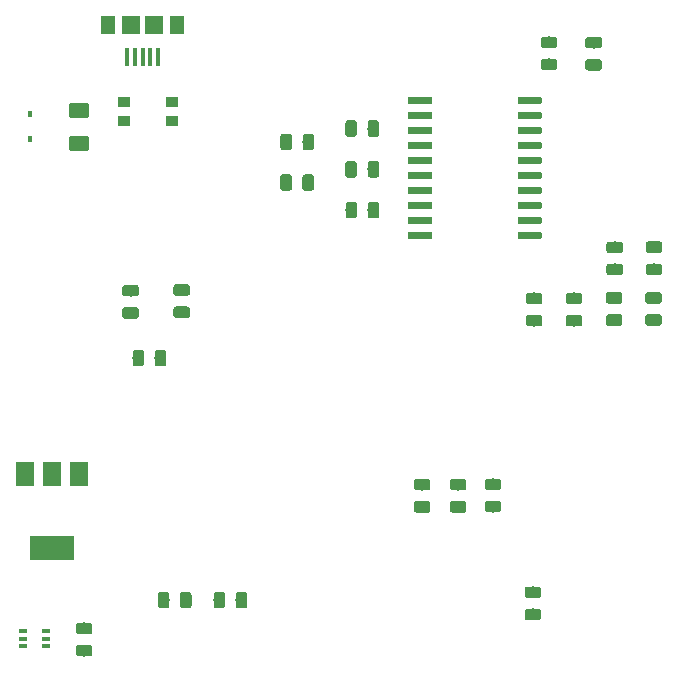
<source format=gbr>
G04 #@! TF.GenerationSoftware,KiCad,Pcbnew,(5.1.2-1)-1*
G04 #@! TF.CreationDate,2019-08-12T17:05:30-07:00*
G04 #@! TF.ProjectId,powersupply,706f7765-7273-4757-9070-6c792e6b6963,rev?*
G04 #@! TF.SameCoordinates,Original*
G04 #@! TF.FileFunction,Paste,Top*
G04 #@! TF.FilePolarity,Positive*
%FSLAX46Y46*%
G04 Gerber Fmt 4.6, Leading zero omitted, Abs format (unit mm)*
G04 Created by KiCad (PCBNEW (5.1.2-1)-1) date 2019-08-12 17:05:30*
%MOMM*%
%LPD*%
G04 APERTURE LIST*
%ADD10C,0.100000*%
%ADD11C,1.250000*%
%ADD12C,0.975000*%
%ADD13R,0.650000X0.400000*%
%ADD14R,0.450000X0.600000*%
%ADD15R,1.000000X0.900000*%
%ADD16C,0.600000*%
%ADD17R,1.500000X2.000000*%
%ADD18R,3.800000X2.000000*%
%ADD19R,1.200000X1.650000*%
%ADD20R,0.400000X1.650000*%
%ADD21R,1.500000X1.650000*%
G04 APERTURE END LIST*
D10*
G36*
X36779504Y-38976204D02*
G01*
X36803773Y-38979804D01*
X36827571Y-38985765D01*
X36850671Y-38994030D01*
X36872849Y-39004520D01*
X36893893Y-39017133D01*
X36913598Y-39031747D01*
X36931777Y-39048223D01*
X36948253Y-39066402D01*
X36962867Y-39086107D01*
X36975480Y-39107151D01*
X36985970Y-39129329D01*
X36994235Y-39152429D01*
X37000196Y-39176227D01*
X37003796Y-39200496D01*
X37005000Y-39225000D01*
X37005000Y-39975000D01*
X37003796Y-39999504D01*
X37000196Y-40023773D01*
X36994235Y-40047571D01*
X36985970Y-40070671D01*
X36975480Y-40092849D01*
X36962867Y-40113893D01*
X36948253Y-40133598D01*
X36931777Y-40151777D01*
X36913598Y-40168253D01*
X36893893Y-40182867D01*
X36872849Y-40195480D01*
X36850671Y-40205970D01*
X36827571Y-40214235D01*
X36803773Y-40220196D01*
X36779504Y-40223796D01*
X36755000Y-40225000D01*
X35505000Y-40225000D01*
X35480496Y-40223796D01*
X35456227Y-40220196D01*
X35432429Y-40214235D01*
X35409329Y-40205970D01*
X35387151Y-40195480D01*
X35366107Y-40182867D01*
X35346402Y-40168253D01*
X35328223Y-40151777D01*
X35311747Y-40133598D01*
X35297133Y-40113893D01*
X35284520Y-40092849D01*
X35274030Y-40070671D01*
X35265765Y-40047571D01*
X35259804Y-40023773D01*
X35256204Y-39999504D01*
X35255000Y-39975000D01*
X35255000Y-39225000D01*
X35256204Y-39200496D01*
X35259804Y-39176227D01*
X35265765Y-39152429D01*
X35274030Y-39129329D01*
X35284520Y-39107151D01*
X35297133Y-39086107D01*
X35311747Y-39066402D01*
X35328223Y-39048223D01*
X35346402Y-39031747D01*
X35366107Y-39017133D01*
X35387151Y-39004520D01*
X35409329Y-38994030D01*
X35432429Y-38985765D01*
X35456227Y-38979804D01*
X35480496Y-38976204D01*
X35505000Y-38975000D01*
X36755000Y-38975000D01*
X36779504Y-38976204D01*
X36779504Y-38976204D01*
G37*
D11*
X36130000Y-39600000D03*
D10*
G36*
X36779504Y-36176204D02*
G01*
X36803773Y-36179804D01*
X36827571Y-36185765D01*
X36850671Y-36194030D01*
X36872849Y-36204520D01*
X36893893Y-36217133D01*
X36913598Y-36231747D01*
X36931777Y-36248223D01*
X36948253Y-36266402D01*
X36962867Y-36286107D01*
X36975480Y-36307151D01*
X36985970Y-36329329D01*
X36994235Y-36352429D01*
X37000196Y-36376227D01*
X37003796Y-36400496D01*
X37005000Y-36425000D01*
X37005000Y-37175000D01*
X37003796Y-37199504D01*
X37000196Y-37223773D01*
X36994235Y-37247571D01*
X36985970Y-37270671D01*
X36975480Y-37292849D01*
X36962867Y-37313893D01*
X36948253Y-37333598D01*
X36931777Y-37351777D01*
X36913598Y-37368253D01*
X36893893Y-37382867D01*
X36872849Y-37395480D01*
X36850671Y-37405970D01*
X36827571Y-37414235D01*
X36803773Y-37420196D01*
X36779504Y-37423796D01*
X36755000Y-37425000D01*
X35505000Y-37425000D01*
X35480496Y-37423796D01*
X35456227Y-37420196D01*
X35432429Y-37414235D01*
X35409329Y-37405970D01*
X35387151Y-37395480D01*
X35366107Y-37382867D01*
X35346402Y-37368253D01*
X35328223Y-37351777D01*
X35311747Y-37333598D01*
X35297133Y-37313893D01*
X35284520Y-37292849D01*
X35274030Y-37270671D01*
X35265765Y-37247571D01*
X35259804Y-37223773D01*
X35256204Y-37199504D01*
X35255000Y-37175000D01*
X35255000Y-36425000D01*
X35256204Y-36400496D01*
X35259804Y-36376227D01*
X35265765Y-36352429D01*
X35274030Y-36329329D01*
X35284520Y-36307151D01*
X35297133Y-36286107D01*
X35311747Y-36266402D01*
X35328223Y-36248223D01*
X35346402Y-36231747D01*
X35366107Y-36217133D01*
X35387151Y-36204520D01*
X35409329Y-36194030D01*
X35432429Y-36185765D01*
X35456227Y-36179804D01*
X35480496Y-36176204D01*
X35505000Y-36175000D01*
X36755000Y-36175000D01*
X36779504Y-36176204D01*
X36779504Y-36176204D01*
G37*
D11*
X36130000Y-36800000D03*
D10*
G36*
X37050142Y-82051174D02*
G01*
X37073803Y-82054684D01*
X37097007Y-82060496D01*
X37119529Y-82068554D01*
X37141153Y-82078782D01*
X37161670Y-82091079D01*
X37180883Y-82105329D01*
X37198607Y-82121393D01*
X37214671Y-82139117D01*
X37228921Y-82158330D01*
X37241218Y-82178847D01*
X37251446Y-82200471D01*
X37259504Y-82222993D01*
X37265316Y-82246197D01*
X37268826Y-82269858D01*
X37270000Y-82293750D01*
X37270000Y-82781250D01*
X37268826Y-82805142D01*
X37265316Y-82828803D01*
X37259504Y-82852007D01*
X37251446Y-82874529D01*
X37241218Y-82896153D01*
X37228921Y-82916670D01*
X37214671Y-82935883D01*
X37198607Y-82953607D01*
X37180883Y-82969671D01*
X37161670Y-82983921D01*
X37141153Y-82996218D01*
X37119529Y-83006446D01*
X37097007Y-83014504D01*
X37073803Y-83020316D01*
X37050142Y-83023826D01*
X37026250Y-83025000D01*
X36113750Y-83025000D01*
X36089858Y-83023826D01*
X36066197Y-83020316D01*
X36042993Y-83014504D01*
X36020471Y-83006446D01*
X35998847Y-82996218D01*
X35978330Y-82983921D01*
X35959117Y-82969671D01*
X35941393Y-82953607D01*
X35925329Y-82935883D01*
X35911079Y-82916670D01*
X35898782Y-82896153D01*
X35888554Y-82874529D01*
X35880496Y-82852007D01*
X35874684Y-82828803D01*
X35871174Y-82805142D01*
X35870000Y-82781250D01*
X35870000Y-82293750D01*
X35871174Y-82269858D01*
X35874684Y-82246197D01*
X35880496Y-82222993D01*
X35888554Y-82200471D01*
X35898782Y-82178847D01*
X35911079Y-82158330D01*
X35925329Y-82139117D01*
X35941393Y-82121393D01*
X35959117Y-82105329D01*
X35978330Y-82091079D01*
X35998847Y-82078782D01*
X36020471Y-82068554D01*
X36042993Y-82060496D01*
X36066197Y-82054684D01*
X36089858Y-82051174D01*
X36113750Y-82050000D01*
X37026250Y-82050000D01*
X37050142Y-82051174D01*
X37050142Y-82051174D01*
G37*
D12*
X36570000Y-82537500D03*
D10*
G36*
X37050142Y-80176174D02*
G01*
X37073803Y-80179684D01*
X37097007Y-80185496D01*
X37119529Y-80193554D01*
X37141153Y-80203782D01*
X37161670Y-80216079D01*
X37180883Y-80230329D01*
X37198607Y-80246393D01*
X37214671Y-80264117D01*
X37228921Y-80283330D01*
X37241218Y-80303847D01*
X37251446Y-80325471D01*
X37259504Y-80347993D01*
X37265316Y-80371197D01*
X37268826Y-80394858D01*
X37270000Y-80418750D01*
X37270000Y-80906250D01*
X37268826Y-80930142D01*
X37265316Y-80953803D01*
X37259504Y-80977007D01*
X37251446Y-80999529D01*
X37241218Y-81021153D01*
X37228921Y-81041670D01*
X37214671Y-81060883D01*
X37198607Y-81078607D01*
X37180883Y-81094671D01*
X37161670Y-81108921D01*
X37141153Y-81121218D01*
X37119529Y-81131446D01*
X37097007Y-81139504D01*
X37073803Y-81145316D01*
X37050142Y-81148826D01*
X37026250Y-81150000D01*
X36113750Y-81150000D01*
X36089858Y-81148826D01*
X36066197Y-81145316D01*
X36042993Y-81139504D01*
X36020471Y-81131446D01*
X35998847Y-81121218D01*
X35978330Y-81108921D01*
X35959117Y-81094671D01*
X35941393Y-81078607D01*
X35925329Y-81060883D01*
X35911079Y-81041670D01*
X35898782Y-81021153D01*
X35888554Y-80999529D01*
X35880496Y-80977007D01*
X35874684Y-80953803D01*
X35871174Y-80930142D01*
X35870000Y-80906250D01*
X35870000Y-80418750D01*
X35871174Y-80394858D01*
X35874684Y-80371197D01*
X35880496Y-80347993D01*
X35888554Y-80325471D01*
X35898782Y-80303847D01*
X35911079Y-80283330D01*
X35925329Y-80264117D01*
X35941393Y-80246393D01*
X35959117Y-80230329D01*
X35978330Y-80216079D01*
X35998847Y-80203782D01*
X36020471Y-80193554D01*
X36042993Y-80185496D01*
X36066197Y-80179684D01*
X36089858Y-80176174D01*
X36113750Y-80175000D01*
X37026250Y-80175000D01*
X37050142Y-80176174D01*
X37050142Y-80176174D01*
G37*
D12*
X36570000Y-80662500D03*
D13*
X31420000Y-82180000D03*
X31420000Y-80880000D03*
X33320000Y-81530000D03*
X31420000Y-81530000D03*
X33320000Y-80880000D03*
X33320000Y-82180000D03*
D10*
G36*
X81955142Y-49781174D02*
G01*
X81978803Y-49784684D01*
X82002007Y-49790496D01*
X82024529Y-49798554D01*
X82046153Y-49808782D01*
X82066670Y-49821079D01*
X82085883Y-49835329D01*
X82103607Y-49851393D01*
X82119671Y-49869117D01*
X82133921Y-49888330D01*
X82146218Y-49908847D01*
X82156446Y-49930471D01*
X82164504Y-49952993D01*
X82170316Y-49976197D01*
X82173826Y-49999858D01*
X82175000Y-50023750D01*
X82175000Y-50511250D01*
X82173826Y-50535142D01*
X82170316Y-50558803D01*
X82164504Y-50582007D01*
X82156446Y-50604529D01*
X82146218Y-50626153D01*
X82133921Y-50646670D01*
X82119671Y-50665883D01*
X82103607Y-50683607D01*
X82085883Y-50699671D01*
X82066670Y-50713921D01*
X82046153Y-50726218D01*
X82024529Y-50736446D01*
X82002007Y-50744504D01*
X81978803Y-50750316D01*
X81955142Y-50753826D01*
X81931250Y-50755000D01*
X81018750Y-50755000D01*
X80994858Y-50753826D01*
X80971197Y-50750316D01*
X80947993Y-50744504D01*
X80925471Y-50736446D01*
X80903847Y-50726218D01*
X80883330Y-50713921D01*
X80864117Y-50699671D01*
X80846393Y-50683607D01*
X80830329Y-50665883D01*
X80816079Y-50646670D01*
X80803782Y-50626153D01*
X80793554Y-50604529D01*
X80785496Y-50582007D01*
X80779684Y-50558803D01*
X80776174Y-50535142D01*
X80775000Y-50511250D01*
X80775000Y-50023750D01*
X80776174Y-49999858D01*
X80779684Y-49976197D01*
X80785496Y-49952993D01*
X80793554Y-49930471D01*
X80803782Y-49908847D01*
X80816079Y-49888330D01*
X80830329Y-49869117D01*
X80846393Y-49851393D01*
X80864117Y-49835329D01*
X80883330Y-49821079D01*
X80903847Y-49808782D01*
X80925471Y-49798554D01*
X80947993Y-49790496D01*
X80971197Y-49784684D01*
X80994858Y-49781174D01*
X81018750Y-49780000D01*
X81931250Y-49780000D01*
X81955142Y-49781174D01*
X81955142Y-49781174D01*
G37*
D12*
X81475000Y-50267500D03*
D10*
G36*
X81955142Y-47906174D02*
G01*
X81978803Y-47909684D01*
X82002007Y-47915496D01*
X82024529Y-47923554D01*
X82046153Y-47933782D01*
X82066670Y-47946079D01*
X82085883Y-47960329D01*
X82103607Y-47976393D01*
X82119671Y-47994117D01*
X82133921Y-48013330D01*
X82146218Y-48033847D01*
X82156446Y-48055471D01*
X82164504Y-48077993D01*
X82170316Y-48101197D01*
X82173826Y-48124858D01*
X82175000Y-48148750D01*
X82175000Y-48636250D01*
X82173826Y-48660142D01*
X82170316Y-48683803D01*
X82164504Y-48707007D01*
X82156446Y-48729529D01*
X82146218Y-48751153D01*
X82133921Y-48771670D01*
X82119671Y-48790883D01*
X82103607Y-48808607D01*
X82085883Y-48824671D01*
X82066670Y-48838921D01*
X82046153Y-48851218D01*
X82024529Y-48861446D01*
X82002007Y-48869504D01*
X81978803Y-48875316D01*
X81955142Y-48878826D01*
X81931250Y-48880000D01*
X81018750Y-48880000D01*
X80994858Y-48878826D01*
X80971197Y-48875316D01*
X80947993Y-48869504D01*
X80925471Y-48861446D01*
X80903847Y-48851218D01*
X80883330Y-48838921D01*
X80864117Y-48824671D01*
X80846393Y-48808607D01*
X80830329Y-48790883D01*
X80816079Y-48771670D01*
X80803782Y-48751153D01*
X80793554Y-48729529D01*
X80785496Y-48707007D01*
X80779684Y-48683803D01*
X80776174Y-48660142D01*
X80775000Y-48636250D01*
X80775000Y-48148750D01*
X80776174Y-48124858D01*
X80779684Y-48101197D01*
X80785496Y-48077993D01*
X80793554Y-48055471D01*
X80803782Y-48033847D01*
X80816079Y-48013330D01*
X80830329Y-47994117D01*
X80846393Y-47976393D01*
X80864117Y-47960329D01*
X80883330Y-47946079D01*
X80903847Y-47933782D01*
X80925471Y-47923554D01*
X80947993Y-47915496D01*
X80971197Y-47909684D01*
X80994858Y-47906174D01*
X81018750Y-47905000D01*
X81931250Y-47905000D01*
X81955142Y-47906174D01*
X81955142Y-47906174D01*
G37*
D12*
X81475000Y-48392500D03*
D10*
G36*
X85290142Y-47896174D02*
G01*
X85313803Y-47899684D01*
X85337007Y-47905496D01*
X85359529Y-47913554D01*
X85381153Y-47923782D01*
X85401670Y-47936079D01*
X85420883Y-47950329D01*
X85438607Y-47966393D01*
X85454671Y-47984117D01*
X85468921Y-48003330D01*
X85481218Y-48023847D01*
X85491446Y-48045471D01*
X85499504Y-48067993D01*
X85505316Y-48091197D01*
X85508826Y-48114858D01*
X85510000Y-48138750D01*
X85510000Y-48626250D01*
X85508826Y-48650142D01*
X85505316Y-48673803D01*
X85499504Y-48697007D01*
X85491446Y-48719529D01*
X85481218Y-48741153D01*
X85468921Y-48761670D01*
X85454671Y-48780883D01*
X85438607Y-48798607D01*
X85420883Y-48814671D01*
X85401670Y-48828921D01*
X85381153Y-48841218D01*
X85359529Y-48851446D01*
X85337007Y-48859504D01*
X85313803Y-48865316D01*
X85290142Y-48868826D01*
X85266250Y-48870000D01*
X84353750Y-48870000D01*
X84329858Y-48868826D01*
X84306197Y-48865316D01*
X84282993Y-48859504D01*
X84260471Y-48851446D01*
X84238847Y-48841218D01*
X84218330Y-48828921D01*
X84199117Y-48814671D01*
X84181393Y-48798607D01*
X84165329Y-48780883D01*
X84151079Y-48761670D01*
X84138782Y-48741153D01*
X84128554Y-48719529D01*
X84120496Y-48697007D01*
X84114684Y-48673803D01*
X84111174Y-48650142D01*
X84110000Y-48626250D01*
X84110000Y-48138750D01*
X84111174Y-48114858D01*
X84114684Y-48091197D01*
X84120496Y-48067993D01*
X84128554Y-48045471D01*
X84138782Y-48023847D01*
X84151079Y-48003330D01*
X84165329Y-47984117D01*
X84181393Y-47966393D01*
X84199117Y-47950329D01*
X84218330Y-47936079D01*
X84238847Y-47923782D01*
X84260471Y-47913554D01*
X84282993Y-47905496D01*
X84306197Y-47899684D01*
X84329858Y-47896174D01*
X84353750Y-47895000D01*
X85266250Y-47895000D01*
X85290142Y-47896174D01*
X85290142Y-47896174D01*
G37*
D12*
X84810000Y-48382500D03*
D10*
G36*
X85290142Y-49771174D02*
G01*
X85313803Y-49774684D01*
X85337007Y-49780496D01*
X85359529Y-49788554D01*
X85381153Y-49798782D01*
X85401670Y-49811079D01*
X85420883Y-49825329D01*
X85438607Y-49841393D01*
X85454671Y-49859117D01*
X85468921Y-49878330D01*
X85481218Y-49898847D01*
X85491446Y-49920471D01*
X85499504Y-49942993D01*
X85505316Y-49966197D01*
X85508826Y-49989858D01*
X85510000Y-50013750D01*
X85510000Y-50501250D01*
X85508826Y-50525142D01*
X85505316Y-50548803D01*
X85499504Y-50572007D01*
X85491446Y-50594529D01*
X85481218Y-50616153D01*
X85468921Y-50636670D01*
X85454671Y-50655883D01*
X85438607Y-50673607D01*
X85420883Y-50689671D01*
X85401670Y-50703921D01*
X85381153Y-50716218D01*
X85359529Y-50726446D01*
X85337007Y-50734504D01*
X85313803Y-50740316D01*
X85290142Y-50743826D01*
X85266250Y-50745000D01*
X84353750Y-50745000D01*
X84329858Y-50743826D01*
X84306197Y-50740316D01*
X84282993Y-50734504D01*
X84260471Y-50726446D01*
X84238847Y-50716218D01*
X84218330Y-50703921D01*
X84199117Y-50689671D01*
X84181393Y-50673607D01*
X84165329Y-50655883D01*
X84151079Y-50636670D01*
X84138782Y-50616153D01*
X84128554Y-50594529D01*
X84120496Y-50572007D01*
X84114684Y-50548803D01*
X84111174Y-50525142D01*
X84110000Y-50501250D01*
X84110000Y-50013750D01*
X84111174Y-49989858D01*
X84114684Y-49966197D01*
X84120496Y-49942993D01*
X84128554Y-49920471D01*
X84138782Y-49898847D01*
X84151079Y-49878330D01*
X84165329Y-49859117D01*
X84181393Y-49841393D01*
X84199117Y-49825329D01*
X84218330Y-49811079D01*
X84238847Y-49798782D01*
X84260471Y-49788554D01*
X84282993Y-49780496D01*
X84306197Y-49774684D01*
X84329858Y-49771174D01*
X84353750Y-49770000D01*
X85266250Y-49770000D01*
X85290142Y-49771174D01*
X85290142Y-49771174D01*
G37*
D12*
X84810000Y-50257500D03*
D10*
G36*
X85240142Y-54061174D02*
G01*
X85263803Y-54064684D01*
X85287007Y-54070496D01*
X85309529Y-54078554D01*
X85331153Y-54088782D01*
X85351670Y-54101079D01*
X85370883Y-54115329D01*
X85388607Y-54131393D01*
X85404671Y-54149117D01*
X85418921Y-54168330D01*
X85431218Y-54188847D01*
X85441446Y-54210471D01*
X85449504Y-54232993D01*
X85455316Y-54256197D01*
X85458826Y-54279858D01*
X85460000Y-54303750D01*
X85460000Y-54791250D01*
X85458826Y-54815142D01*
X85455316Y-54838803D01*
X85449504Y-54862007D01*
X85441446Y-54884529D01*
X85431218Y-54906153D01*
X85418921Y-54926670D01*
X85404671Y-54945883D01*
X85388607Y-54963607D01*
X85370883Y-54979671D01*
X85351670Y-54993921D01*
X85331153Y-55006218D01*
X85309529Y-55016446D01*
X85287007Y-55024504D01*
X85263803Y-55030316D01*
X85240142Y-55033826D01*
X85216250Y-55035000D01*
X84303750Y-55035000D01*
X84279858Y-55033826D01*
X84256197Y-55030316D01*
X84232993Y-55024504D01*
X84210471Y-55016446D01*
X84188847Y-55006218D01*
X84168330Y-54993921D01*
X84149117Y-54979671D01*
X84131393Y-54963607D01*
X84115329Y-54945883D01*
X84101079Y-54926670D01*
X84088782Y-54906153D01*
X84078554Y-54884529D01*
X84070496Y-54862007D01*
X84064684Y-54838803D01*
X84061174Y-54815142D01*
X84060000Y-54791250D01*
X84060000Y-54303750D01*
X84061174Y-54279858D01*
X84064684Y-54256197D01*
X84070496Y-54232993D01*
X84078554Y-54210471D01*
X84088782Y-54188847D01*
X84101079Y-54168330D01*
X84115329Y-54149117D01*
X84131393Y-54131393D01*
X84149117Y-54115329D01*
X84168330Y-54101079D01*
X84188847Y-54088782D01*
X84210471Y-54078554D01*
X84232993Y-54070496D01*
X84256197Y-54064684D01*
X84279858Y-54061174D01*
X84303750Y-54060000D01*
X85216250Y-54060000D01*
X85240142Y-54061174D01*
X85240142Y-54061174D01*
G37*
D12*
X84760000Y-54547500D03*
D10*
G36*
X85240142Y-52186174D02*
G01*
X85263803Y-52189684D01*
X85287007Y-52195496D01*
X85309529Y-52203554D01*
X85331153Y-52213782D01*
X85351670Y-52226079D01*
X85370883Y-52240329D01*
X85388607Y-52256393D01*
X85404671Y-52274117D01*
X85418921Y-52293330D01*
X85431218Y-52313847D01*
X85441446Y-52335471D01*
X85449504Y-52357993D01*
X85455316Y-52381197D01*
X85458826Y-52404858D01*
X85460000Y-52428750D01*
X85460000Y-52916250D01*
X85458826Y-52940142D01*
X85455316Y-52963803D01*
X85449504Y-52987007D01*
X85441446Y-53009529D01*
X85431218Y-53031153D01*
X85418921Y-53051670D01*
X85404671Y-53070883D01*
X85388607Y-53088607D01*
X85370883Y-53104671D01*
X85351670Y-53118921D01*
X85331153Y-53131218D01*
X85309529Y-53141446D01*
X85287007Y-53149504D01*
X85263803Y-53155316D01*
X85240142Y-53158826D01*
X85216250Y-53160000D01*
X84303750Y-53160000D01*
X84279858Y-53158826D01*
X84256197Y-53155316D01*
X84232993Y-53149504D01*
X84210471Y-53141446D01*
X84188847Y-53131218D01*
X84168330Y-53118921D01*
X84149117Y-53104671D01*
X84131393Y-53088607D01*
X84115329Y-53070883D01*
X84101079Y-53051670D01*
X84088782Y-53031153D01*
X84078554Y-53009529D01*
X84070496Y-52987007D01*
X84064684Y-52963803D01*
X84061174Y-52940142D01*
X84060000Y-52916250D01*
X84060000Y-52428750D01*
X84061174Y-52404858D01*
X84064684Y-52381197D01*
X84070496Y-52357993D01*
X84078554Y-52335471D01*
X84088782Y-52313847D01*
X84101079Y-52293330D01*
X84115329Y-52274117D01*
X84131393Y-52256393D01*
X84149117Y-52240329D01*
X84168330Y-52226079D01*
X84188847Y-52213782D01*
X84210471Y-52203554D01*
X84232993Y-52195496D01*
X84256197Y-52189684D01*
X84279858Y-52186174D01*
X84303750Y-52185000D01*
X85216250Y-52185000D01*
X85240142Y-52186174D01*
X85240142Y-52186174D01*
G37*
D12*
X84760000Y-52672500D03*
D10*
G36*
X81920142Y-52186174D02*
G01*
X81943803Y-52189684D01*
X81967007Y-52195496D01*
X81989529Y-52203554D01*
X82011153Y-52213782D01*
X82031670Y-52226079D01*
X82050883Y-52240329D01*
X82068607Y-52256393D01*
X82084671Y-52274117D01*
X82098921Y-52293330D01*
X82111218Y-52313847D01*
X82121446Y-52335471D01*
X82129504Y-52357993D01*
X82135316Y-52381197D01*
X82138826Y-52404858D01*
X82140000Y-52428750D01*
X82140000Y-52916250D01*
X82138826Y-52940142D01*
X82135316Y-52963803D01*
X82129504Y-52987007D01*
X82121446Y-53009529D01*
X82111218Y-53031153D01*
X82098921Y-53051670D01*
X82084671Y-53070883D01*
X82068607Y-53088607D01*
X82050883Y-53104671D01*
X82031670Y-53118921D01*
X82011153Y-53131218D01*
X81989529Y-53141446D01*
X81967007Y-53149504D01*
X81943803Y-53155316D01*
X81920142Y-53158826D01*
X81896250Y-53160000D01*
X80983750Y-53160000D01*
X80959858Y-53158826D01*
X80936197Y-53155316D01*
X80912993Y-53149504D01*
X80890471Y-53141446D01*
X80868847Y-53131218D01*
X80848330Y-53118921D01*
X80829117Y-53104671D01*
X80811393Y-53088607D01*
X80795329Y-53070883D01*
X80781079Y-53051670D01*
X80768782Y-53031153D01*
X80758554Y-53009529D01*
X80750496Y-52987007D01*
X80744684Y-52963803D01*
X80741174Y-52940142D01*
X80740000Y-52916250D01*
X80740000Y-52428750D01*
X80741174Y-52404858D01*
X80744684Y-52381197D01*
X80750496Y-52357993D01*
X80758554Y-52335471D01*
X80768782Y-52313847D01*
X80781079Y-52293330D01*
X80795329Y-52274117D01*
X80811393Y-52256393D01*
X80829117Y-52240329D01*
X80848330Y-52226079D01*
X80868847Y-52213782D01*
X80890471Y-52203554D01*
X80912993Y-52195496D01*
X80936197Y-52189684D01*
X80959858Y-52186174D01*
X80983750Y-52185000D01*
X81896250Y-52185000D01*
X81920142Y-52186174D01*
X81920142Y-52186174D01*
G37*
D12*
X81440000Y-52672500D03*
D10*
G36*
X81920142Y-54061174D02*
G01*
X81943803Y-54064684D01*
X81967007Y-54070496D01*
X81989529Y-54078554D01*
X82011153Y-54088782D01*
X82031670Y-54101079D01*
X82050883Y-54115329D01*
X82068607Y-54131393D01*
X82084671Y-54149117D01*
X82098921Y-54168330D01*
X82111218Y-54188847D01*
X82121446Y-54210471D01*
X82129504Y-54232993D01*
X82135316Y-54256197D01*
X82138826Y-54279858D01*
X82140000Y-54303750D01*
X82140000Y-54791250D01*
X82138826Y-54815142D01*
X82135316Y-54838803D01*
X82129504Y-54862007D01*
X82121446Y-54884529D01*
X82111218Y-54906153D01*
X82098921Y-54926670D01*
X82084671Y-54945883D01*
X82068607Y-54963607D01*
X82050883Y-54979671D01*
X82031670Y-54993921D01*
X82011153Y-55006218D01*
X81989529Y-55016446D01*
X81967007Y-55024504D01*
X81943803Y-55030316D01*
X81920142Y-55033826D01*
X81896250Y-55035000D01*
X80983750Y-55035000D01*
X80959858Y-55033826D01*
X80936197Y-55030316D01*
X80912993Y-55024504D01*
X80890471Y-55016446D01*
X80868847Y-55006218D01*
X80848330Y-54993921D01*
X80829117Y-54979671D01*
X80811393Y-54963607D01*
X80795329Y-54945883D01*
X80781079Y-54926670D01*
X80768782Y-54906153D01*
X80758554Y-54884529D01*
X80750496Y-54862007D01*
X80744684Y-54838803D01*
X80741174Y-54815142D01*
X80740000Y-54791250D01*
X80740000Y-54303750D01*
X80741174Y-54279858D01*
X80744684Y-54256197D01*
X80750496Y-54232993D01*
X80758554Y-54210471D01*
X80768782Y-54188847D01*
X80781079Y-54168330D01*
X80795329Y-54149117D01*
X80811393Y-54131393D01*
X80829117Y-54115329D01*
X80848330Y-54101079D01*
X80868847Y-54088782D01*
X80890471Y-54078554D01*
X80912993Y-54070496D01*
X80936197Y-54064684D01*
X80959858Y-54061174D01*
X80983750Y-54060000D01*
X81896250Y-54060000D01*
X81920142Y-54061174D01*
X81920142Y-54061174D01*
G37*
D12*
X81440000Y-54547500D03*
D10*
G36*
X75030142Y-77116174D02*
G01*
X75053803Y-77119684D01*
X75077007Y-77125496D01*
X75099529Y-77133554D01*
X75121153Y-77143782D01*
X75141670Y-77156079D01*
X75160883Y-77170329D01*
X75178607Y-77186393D01*
X75194671Y-77204117D01*
X75208921Y-77223330D01*
X75221218Y-77243847D01*
X75231446Y-77265471D01*
X75239504Y-77287993D01*
X75245316Y-77311197D01*
X75248826Y-77334858D01*
X75250000Y-77358750D01*
X75250000Y-77846250D01*
X75248826Y-77870142D01*
X75245316Y-77893803D01*
X75239504Y-77917007D01*
X75231446Y-77939529D01*
X75221218Y-77961153D01*
X75208921Y-77981670D01*
X75194671Y-78000883D01*
X75178607Y-78018607D01*
X75160883Y-78034671D01*
X75141670Y-78048921D01*
X75121153Y-78061218D01*
X75099529Y-78071446D01*
X75077007Y-78079504D01*
X75053803Y-78085316D01*
X75030142Y-78088826D01*
X75006250Y-78090000D01*
X74093750Y-78090000D01*
X74069858Y-78088826D01*
X74046197Y-78085316D01*
X74022993Y-78079504D01*
X74000471Y-78071446D01*
X73978847Y-78061218D01*
X73958330Y-78048921D01*
X73939117Y-78034671D01*
X73921393Y-78018607D01*
X73905329Y-78000883D01*
X73891079Y-77981670D01*
X73878782Y-77961153D01*
X73868554Y-77939529D01*
X73860496Y-77917007D01*
X73854684Y-77893803D01*
X73851174Y-77870142D01*
X73850000Y-77846250D01*
X73850000Y-77358750D01*
X73851174Y-77334858D01*
X73854684Y-77311197D01*
X73860496Y-77287993D01*
X73868554Y-77265471D01*
X73878782Y-77243847D01*
X73891079Y-77223330D01*
X73905329Y-77204117D01*
X73921393Y-77186393D01*
X73939117Y-77170329D01*
X73958330Y-77156079D01*
X73978847Y-77143782D01*
X74000471Y-77133554D01*
X74022993Y-77125496D01*
X74046197Y-77119684D01*
X74069858Y-77116174D01*
X74093750Y-77115000D01*
X75006250Y-77115000D01*
X75030142Y-77116174D01*
X75030142Y-77116174D01*
G37*
D12*
X74550000Y-77602500D03*
D10*
G36*
X75030142Y-78991174D02*
G01*
X75053803Y-78994684D01*
X75077007Y-79000496D01*
X75099529Y-79008554D01*
X75121153Y-79018782D01*
X75141670Y-79031079D01*
X75160883Y-79045329D01*
X75178607Y-79061393D01*
X75194671Y-79079117D01*
X75208921Y-79098330D01*
X75221218Y-79118847D01*
X75231446Y-79140471D01*
X75239504Y-79162993D01*
X75245316Y-79186197D01*
X75248826Y-79209858D01*
X75250000Y-79233750D01*
X75250000Y-79721250D01*
X75248826Y-79745142D01*
X75245316Y-79768803D01*
X75239504Y-79792007D01*
X75231446Y-79814529D01*
X75221218Y-79836153D01*
X75208921Y-79856670D01*
X75194671Y-79875883D01*
X75178607Y-79893607D01*
X75160883Y-79909671D01*
X75141670Y-79923921D01*
X75121153Y-79936218D01*
X75099529Y-79946446D01*
X75077007Y-79954504D01*
X75053803Y-79960316D01*
X75030142Y-79963826D01*
X75006250Y-79965000D01*
X74093750Y-79965000D01*
X74069858Y-79963826D01*
X74046197Y-79960316D01*
X74022993Y-79954504D01*
X74000471Y-79946446D01*
X73978847Y-79936218D01*
X73958330Y-79923921D01*
X73939117Y-79909671D01*
X73921393Y-79893607D01*
X73905329Y-79875883D01*
X73891079Y-79856670D01*
X73878782Y-79836153D01*
X73868554Y-79814529D01*
X73860496Y-79792007D01*
X73854684Y-79768803D01*
X73851174Y-79745142D01*
X73850000Y-79721250D01*
X73850000Y-79233750D01*
X73851174Y-79209858D01*
X73854684Y-79186197D01*
X73860496Y-79162993D01*
X73868554Y-79140471D01*
X73878782Y-79118847D01*
X73891079Y-79098330D01*
X73905329Y-79079117D01*
X73921393Y-79061393D01*
X73939117Y-79045329D01*
X73958330Y-79031079D01*
X73978847Y-79018782D01*
X74000471Y-79008554D01*
X74022993Y-79000496D01*
X74046197Y-78994684D01*
X74069858Y-78991174D01*
X74093750Y-78990000D01*
X75006250Y-78990000D01*
X75030142Y-78991174D01*
X75030142Y-78991174D01*
G37*
D12*
X74550000Y-79477500D03*
D10*
G36*
X78520142Y-52236174D02*
G01*
X78543803Y-52239684D01*
X78567007Y-52245496D01*
X78589529Y-52253554D01*
X78611153Y-52263782D01*
X78631670Y-52276079D01*
X78650883Y-52290329D01*
X78668607Y-52306393D01*
X78684671Y-52324117D01*
X78698921Y-52343330D01*
X78711218Y-52363847D01*
X78721446Y-52385471D01*
X78729504Y-52407993D01*
X78735316Y-52431197D01*
X78738826Y-52454858D01*
X78740000Y-52478750D01*
X78740000Y-52966250D01*
X78738826Y-52990142D01*
X78735316Y-53013803D01*
X78729504Y-53037007D01*
X78721446Y-53059529D01*
X78711218Y-53081153D01*
X78698921Y-53101670D01*
X78684671Y-53120883D01*
X78668607Y-53138607D01*
X78650883Y-53154671D01*
X78631670Y-53168921D01*
X78611153Y-53181218D01*
X78589529Y-53191446D01*
X78567007Y-53199504D01*
X78543803Y-53205316D01*
X78520142Y-53208826D01*
X78496250Y-53210000D01*
X77583750Y-53210000D01*
X77559858Y-53208826D01*
X77536197Y-53205316D01*
X77512993Y-53199504D01*
X77490471Y-53191446D01*
X77468847Y-53181218D01*
X77448330Y-53168921D01*
X77429117Y-53154671D01*
X77411393Y-53138607D01*
X77395329Y-53120883D01*
X77381079Y-53101670D01*
X77368782Y-53081153D01*
X77358554Y-53059529D01*
X77350496Y-53037007D01*
X77344684Y-53013803D01*
X77341174Y-52990142D01*
X77340000Y-52966250D01*
X77340000Y-52478750D01*
X77341174Y-52454858D01*
X77344684Y-52431197D01*
X77350496Y-52407993D01*
X77358554Y-52385471D01*
X77368782Y-52363847D01*
X77381079Y-52343330D01*
X77395329Y-52324117D01*
X77411393Y-52306393D01*
X77429117Y-52290329D01*
X77448330Y-52276079D01*
X77468847Y-52263782D01*
X77490471Y-52253554D01*
X77512993Y-52245496D01*
X77536197Y-52239684D01*
X77559858Y-52236174D01*
X77583750Y-52235000D01*
X78496250Y-52235000D01*
X78520142Y-52236174D01*
X78520142Y-52236174D01*
G37*
D12*
X78040000Y-52722500D03*
D10*
G36*
X78520142Y-54111174D02*
G01*
X78543803Y-54114684D01*
X78567007Y-54120496D01*
X78589529Y-54128554D01*
X78611153Y-54138782D01*
X78631670Y-54151079D01*
X78650883Y-54165329D01*
X78668607Y-54181393D01*
X78684671Y-54199117D01*
X78698921Y-54218330D01*
X78711218Y-54238847D01*
X78721446Y-54260471D01*
X78729504Y-54282993D01*
X78735316Y-54306197D01*
X78738826Y-54329858D01*
X78740000Y-54353750D01*
X78740000Y-54841250D01*
X78738826Y-54865142D01*
X78735316Y-54888803D01*
X78729504Y-54912007D01*
X78721446Y-54934529D01*
X78711218Y-54956153D01*
X78698921Y-54976670D01*
X78684671Y-54995883D01*
X78668607Y-55013607D01*
X78650883Y-55029671D01*
X78631670Y-55043921D01*
X78611153Y-55056218D01*
X78589529Y-55066446D01*
X78567007Y-55074504D01*
X78543803Y-55080316D01*
X78520142Y-55083826D01*
X78496250Y-55085000D01*
X77583750Y-55085000D01*
X77559858Y-55083826D01*
X77536197Y-55080316D01*
X77512993Y-55074504D01*
X77490471Y-55066446D01*
X77468847Y-55056218D01*
X77448330Y-55043921D01*
X77429117Y-55029671D01*
X77411393Y-55013607D01*
X77395329Y-54995883D01*
X77381079Y-54976670D01*
X77368782Y-54956153D01*
X77358554Y-54934529D01*
X77350496Y-54912007D01*
X77344684Y-54888803D01*
X77341174Y-54865142D01*
X77340000Y-54841250D01*
X77340000Y-54353750D01*
X77341174Y-54329858D01*
X77344684Y-54306197D01*
X77350496Y-54282993D01*
X77358554Y-54260471D01*
X77368782Y-54238847D01*
X77381079Y-54218330D01*
X77395329Y-54199117D01*
X77411393Y-54181393D01*
X77429117Y-54165329D01*
X77448330Y-54151079D01*
X77468847Y-54138782D01*
X77490471Y-54128554D01*
X77512993Y-54120496D01*
X77536197Y-54114684D01*
X77559858Y-54111174D01*
X77583750Y-54110000D01*
X78496250Y-54110000D01*
X78520142Y-54111174D01*
X78520142Y-54111174D01*
G37*
D12*
X78040000Y-54597500D03*
D10*
G36*
X75150142Y-54111174D02*
G01*
X75173803Y-54114684D01*
X75197007Y-54120496D01*
X75219529Y-54128554D01*
X75241153Y-54138782D01*
X75261670Y-54151079D01*
X75280883Y-54165329D01*
X75298607Y-54181393D01*
X75314671Y-54199117D01*
X75328921Y-54218330D01*
X75341218Y-54238847D01*
X75351446Y-54260471D01*
X75359504Y-54282993D01*
X75365316Y-54306197D01*
X75368826Y-54329858D01*
X75370000Y-54353750D01*
X75370000Y-54841250D01*
X75368826Y-54865142D01*
X75365316Y-54888803D01*
X75359504Y-54912007D01*
X75351446Y-54934529D01*
X75341218Y-54956153D01*
X75328921Y-54976670D01*
X75314671Y-54995883D01*
X75298607Y-55013607D01*
X75280883Y-55029671D01*
X75261670Y-55043921D01*
X75241153Y-55056218D01*
X75219529Y-55066446D01*
X75197007Y-55074504D01*
X75173803Y-55080316D01*
X75150142Y-55083826D01*
X75126250Y-55085000D01*
X74213750Y-55085000D01*
X74189858Y-55083826D01*
X74166197Y-55080316D01*
X74142993Y-55074504D01*
X74120471Y-55066446D01*
X74098847Y-55056218D01*
X74078330Y-55043921D01*
X74059117Y-55029671D01*
X74041393Y-55013607D01*
X74025329Y-54995883D01*
X74011079Y-54976670D01*
X73998782Y-54956153D01*
X73988554Y-54934529D01*
X73980496Y-54912007D01*
X73974684Y-54888803D01*
X73971174Y-54865142D01*
X73970000Y-54841250D01*
X73970000Y-54353750D01*
X73971174Y-54329858D01*
X73974684Y-54306197D01*
X73980496Y-54282993D01*
X73988554Y-54260471D01*
X73998782Y-54238847D01*
X74011079Y-54218330D01*
X74025329Y-54199117D01*
X74041393Y-54181393D01*
X74059117Y-54165329D01*
X74078330Y-54151079D01*
X74098847Y-54138782D01*
X74120471Y-54128554D01*
X74142993Y-54120496D01*
X74166197Y-54114684D01*
X74189858Y-54111174D01*
X74213750Y-54110000D01*
X75126250Y-54110000D01*
X75150142Y-54111174D01*
X75150142Y-54111174D01*
G37*
D12*
X74670000Y-54597500D03*
D10*
G36*
X75150142Y-52236174D02*
G01*
X75173803Y-52239684D01*
X75197007Y-52245496D01*
X75219529Y-52253554D01*
X75241153Y-52263782D01*
X75261670Y-52276079D01*
X75280883Y-52290329D01*
X75298607Y-52306393D01*
X75314671Y-52324117D01*
X75328921Y-52343330D01*
X75341218Y-52363847D01*
X75351446Y-52385471D01*
X75359504Y-52407993D01*
X75365316Y-52431197D01*
X75368826Y-52454858D01*
X75370000Y-52478750D01*
X75370000Y-52966250D01*
X75368826Y-52990142D01*
X75365316Y-53013803D01*
X75359504Y-53037007D01*
X75351446Y-53059529D01*
X75341218Y-53081153D01*
X75328921Y-53101670D01*
X75314671Y-53120883D01*
X75298607Y-53138607D01*
X75280883Y-53154671D01*
X75261670Y-53168921D01*
X75241153Y-53181218D01*
X75219529Y-53191446D01*
X75197007Y-53199504D01*
X75173803Y-53205316D01*
X75150142Y-53208826D01*
X75126250Y-53210000D01*
X74213750Y-53210000D01*
X74189858Y-53208826D01*
X74166197Y-53205316D01*
X74142993Y-53199504D01*
X74120471Y-53191446D01*
X74098847Y-53181218D01*
X74078330Y-53168921D01*
X74059117Y-53154671D01*
X74041393Y-53138607D01*
X74025329Y-53120883D01*
X74011079Y-53101670D01*
X73998782Y-53081153D01*
X73988554Y-53059529D01*
X73980496Y-53037007D01*
X73974684Y-53013803D01*
X73971174Y-52990142D01*
X73970000Y-52966250D01*
X73970000Y-52478750D01*
X73971174Y-52454858D01*
X73974684Y-52431197D01*
X73980496Y-52407993D01*
X73988554Y-52385471D01*
X73998782Y-52363847D01*
X74011079Y-52343330D01*
X74025329Y-52324117D01*
X74041393Y-52306393D01*
X74059117Y-52290329D01*
X74078330Y-52276079D01*
X74098847Y-52263782D01*
X74120471Y-52253554D01*
X74142993Y-52245496D01*
X74166197Y-52239684D01*
X74189858Y-52236174D01*
X74213750Y-52235000D01*
X75126250Y-52235000D01*
X75150142Y-52236174D01*
X75150142Y-52236174D01*
G37*
D12*
X74670000Y-52722500D03*
D10*
G36*
X50155142Y-77571174D02*
G01*
X50178803Y-77574684D01*
X50202007Y-77580496D01*
X50224529Y-77588554D01*
X50246153Y-77598782D01*
X50266670Y-77611079D01*
X50285883Y-77625329D01*
X50303607Y-77641393D01*
X50319671Y-77659117D01*
X50333921Y-77678330D01*
X50346218Y-77698847D01*
X50356446Y-77720471D01*
X50364504Y-77742993D01*
X50370316Y-77766197D01*
X50373826Y-77789858D01*
X50375000Y-77813750D01*
X50375000Y-78726250D01*
X50373826Y-78750142D01*
X50370316Y-78773803D01*
X50364504Y-78797007D01*
X50356446Y-78819529D01*
X50346218Y-78841153D01*
X50333921Y-78861670D01*
X50319671Y-78880883D01*
X50303607Y-78898607D01*
X50285883Y-78914671D01*
X50266670Y-78928921D01*
X50246153Y-78941218D01*
X50224529Y-78951446D01*
X50202007Y-78959504D01*
X50178803Y-78965316D01*
X50155142Y-78968826D01*
X50131250Y-78970000D01*
X49643750Y-78970000D01*
X49619858Y-78968826D01*
X49596197Y-78965316D01*
X49572993Y-78959504D01*
X49550471Y-78951446D01*
X49528847Y-78941218D01*
X49508330Y-78928921D01*
X49489117Y-78914671D01*
X49471393Y-78898607D01*
X49455329Y-78880883D01*
X49441079Y-78861670D01*
X49428782Y-78841153D01*
X49418554Y-78819529D01*
X49410496Y-78797007D01*
X49404684Y-78773803D01*
X49401174Y-78750142D01*
X49400000Y-78726250D01*
X49400000Y-77813750D01*
X49401174Y-77789858D01*
X49404684Y-77766197D01*
X49410496Y-77742993D01*
X49418554Y-77720471D01*
X49428782Y-77698847D01*
X49441079Y-77678330D01*
X49455329Y-77659117D01*
X49471393Y-77641393D01*
X49489117Y-77625329D01*
X49508330Y-77611079D01*
X49528847Y-77598782D01*
X49550471Y-77588554D01*
X49572993Y-77580496D01*
X49596197Y-77574684D01*
X49619858Y-77571174D01*
X49643750Y-77570000D01*
X50131250Y-77570000D01*
X50155142Y-77571174D01*
X50155142Y-77571174D01*
G37*
D12*
X49887500Y-78270000D03*
D10*
G36*
X48280142Y-77571174D02*
G01*
X48303803Y-77574684D01*
X48327007Y-77580496D01*
X48349529Y-77588554D01*
X48371153Y-77598782D01*
X48391670Y-77611079D01*
X48410883Y-77625329D01*
X48428607Y-77641393D01*
X48444671Y-77659117D01*
X48458921Y-77678330D01*
X48471218Y-77698847D01*
X48481446Y-77720471D01*
X48489504Y-77742993D01*
X48495316Y-77766197D01*
X48498826Y-77789858D01*
X48500000Y-77813750D01*
X48500000Y-78726250D01*
X48498826Y-78750142D01*
X48495316Y-78773803D01*
X48489504Y-78797007D01*
X48481446Y-78819529D01*
X48471218Y-78841153D01*
X48458921Y-78861670D01*
X48444671Y-78880883D01*
X48428607Y-78898607D01*
X48410883Y-78914671D01*
X48391670Y-78928921D01*
X48371153Y-78941218D01*
X48349529Y-78951446D01*
X48327007Y-78959504D01*
X48303803Y-78965316D01*
X48280142Y-78968826D01*
X48256250Y-78970000D01*
X47768750Y-78970000D01*
X47744858Y-78968826D01*
X47721197Y-78965316D01*
X47697993Y-78959504D01*
X47675471Y-78951446D01*
X47653847Y-78941218D01*
X47633330Y-78928921D01*
X47614117Y-78914671D01*
X47596393Y-78898607D01*
X47580329Y-78880883D01*
X47566079Y-78861670D01*
X47553782Y-78841153D01*
X47543554Y-78819529D01*
X47535496Y-78797007D01*
X47529684Y-78773803D01*
X47526174Y-78750142D01*
X47525000Y-78726250D01*
X47525000Y-77813750D01*
X47526174Y-77789858D01*
X47529684Y-77766197D01*
X47535496Y-77742993D01*
X47543554Y-77720471D01*
X47553782Y-77698847D01*
X47566079Y-77678330D01*
X47580329Y-77659117D01*
X47596393Y-77641393D01*
X47614117Y-77625329D01*
X47633330Y-77611079D01*
X47653847Y-77598782D01*
X47675471Y-77588554D01*
X47697993Y-77580496D01*
X47721197Y-77574684D01*
X47744858Y-77571174D01*
X47768750Y-77570000D01*
X48256250Y-77570000D01*
X48280142Y-77571174D01*
X48280142Y-77571174D01*
G37*
D12*
X48012500Y-78270000D03*
D10*
G36*
X45435142Y-77571174D02*
G01*
X45458803Y-77574684D01*
X45482007Y-77580496D01*
X45504529Y-77588554D01*
X45526153Y-77598782D01*
X45546670Y-77611079D01*
X45565883Y-77625329D01*
X45583607Y-77641393D01*
X45599671Y-77659117D01*
X45613921Y-77678330D01*
X45626218Y-77698847D01*
X45636446Y-77720471D01*
X45644504Y-77742993D01*
X45650316Y-77766197D01*
X45653826Y-77789858D01*
X45655000Y-77813750D01*
X45655000Y-78726250D01*
X45653826Y-78750142D01*
X45650316Y-78773803D01*
X45644504Y-78797007D01*
X45636446Y-78819529D01*
X45626218Y-78841153D01*
X45613921Y-78861670D01*
X45599671Y-78880883D01*
X45583607Y-78898607D01*
X45565883Y-78914671D01*
X45546670Y-78928921D01*
X45526153Y-78941218D01*
X45504529Y-78951446D01*
X45482007Y-78959504D01*
X45458803Y-78965316D01*
X45435142Y-78968826D01*
X45411250Y-78970000D01*
X44923750Y-78970000D01*
X44899858Y-78968826D01*
X44876197Y-78965316D01*
X44852993Y-78959504D01*
X44830471Y-78951446D01*
X44808847Y-78941218D01*
X44788330Y-78928921D01*
X44769117Y-78914671D01*
X44751393Y-78898607D01*
X44735329Y-78880883D01*
X44721079Y-78861670D01*
X44708782Y-78841153D01*
X44698554Y-78819529D01*
X44690496Y-78797007D01*
X44684684Y-78773803D01*
X44681174Y-78750142D01*
X44680000Y-78726250D01*
X44680000Y-77813750D01*
X44681174Y-77789858D01*
X44684684Y-77766197D01*
X44690496Y-77742993D01*
X44698554Y-77720471D01*
X44708782Y-77698847D01*
X44721079Y-77678330D01*
X44735329Y-77659117D01*
X44751393Y-77641393D01*
X44769117Y-77625329D01*
X44788330Y-77611079D01*
X44808847Y-77598782D01*
X44830471Y-77588554D01*
X44852993Y-77580496D01*
X44876197Y-77574684D01*
X44899858Y-77571174D01*
X44923750Y-77570000D01*
X45411250Y-77570000D01*
X45435142Y-77571174D01*
X45435142Y-77571174D01*
G37*
D12*
X45167500Y-78270000D03*
D10*
G36*
X43560142Y-77571174D02*
G01*
X43583803Y-77574684D01*
X43607007Y-77580496D01*
X43629529Y-77588554D01*
X43651153Y-77598782D01*
X43671670Y-77611079D01*
X43690883Y-77625329D01*
X43708607Y-77641393D01*
X43724671Y-77659117D01*
X43738921Y-77678330D01*
X43751218Y-77698847D01*
X43761446Y-77720471D01*
X43769504Y-77742993D01*
X43775316Y-77766197D01*
X43778826Y-77789858D01*
X43780000Y-77813750D01*
X43780000Y-78726250D01*
X43778826Y-78750142D01*
X43775316Y-78773803D01*
X43769504Y-78797007D01*
X43761446Y-78819529D01*
X43751218Y-78841153D01*
X43738921Y-78861670D01*
X43724671Y-78880883D01*
X43708607Y-78898607D01*
X43690883Y-78914671D01*
X43671670Y-78928921D01*
X43651153Y-78941218D01*
X43629529Y-78951446D01*
X43607007Y-78959504D01*
X43583803Y-78965316D01*
X43560142Y-78968826D01*
X43536250Y-78970000D01*
X43048750Y-78970000D01*
X43024858Y-78968826D01*
X43001197Y-78965316D01*
X42977993Y-78959504D01*
X42955471Y-78951446D01*
X42933847Y-78941218D01*
X42913330Y-78928921D01*
X42894117Y-78914671D01*
X42876393Y-78898607D01*
X42860329Y-78880883D01*
X42846079Y-78861670D01*
X42833782Y-78841153D01*
X42823554Y-78819529D01*
X42815496Y-78797007D01*
X42809684Y-78773803D01*
X42806174Y-78750142D01*
X42805000Y-78726250D01*
X42805000Y-77813750D01*
X42806174Y-77789858D01*
X42809684Y-77766197D01*
X42815496Y-77742993D01*
X42823554Y-77720471D01*
X42833782Y-77698847D01*
X42846079Y-77678330D01*
X42860329Y-77659117D01*
X42876393Y-77641393D01*
X42894117Y-77625329D01*
X42913330Y-77611079D01*
X42933847Y-77598782D01*
X42955471Y-77588554D01*
X42977993Y-77580496D01*
X43001197Y-77574684D01*
X43024858Y-77571174D01*
X43048750Y-77570000D01*
X43536250Y-77570000D01*
X43560142Y-77571174D01*
X43560142Y-77571174D01*
G37*
D12*
X43292500Y-78270000D03*
D10*
G36*
X65660142Y-69881174D02*
G01*
X65683803Y-69884684D01*
X65707007Y-69890496D01*
X65729529Y-69898554D01*
X65751153Y-69908782D01*
X65771670Y-69921079D01*
X65790883Y-69935329D01*
X65808607Y-69951393D01*
X65824671Y-69969117D01*
X65838921Y-69988330D01*
X65851218Y-70008847D01*
X65861446Y-70030471D01*
X65869504Y-70052993D01*
X65875316Y-70076197D01*
X65878826Y-70099858D01*
X65880000Y-70123750D01*
X65880000Y-70611250D01*
X65878826Y-70635142D01*
X65875316Y-70658803D01*
X65869504Y-70682007D01*
X65861446Y-70704529D01*
X65851218Y-70726153D01*
X65838921Y-70746670D01*
X65824671Y-70765883D01*
X65808607Y-70783607D01*
X65790883Y-70799671D01*
X65771670Y-70813921D01*
X65751153Y-70826218D01*
X65729529Y-70836446D01*
X65707007Y-70844504D01*
X65683803Y-70850316D01*
X65660142Y-70853826D01*
X65636250Y-70855000D01*
X64723750Y-70855000D01*
X64699858Y-70853826D01*
X64676197Y-70850316D01*
X64652993Y-70844504D01*
X64630471Y-70836446D01*
X64608847Y-70826218D01*
X64588330Y-70813921D01*
X64569117Y-70799671D01*
X64551393Y-70783607D01*
X64535329Y-70765883D01*
X64521079Y-70746670D01*
X64508782Y-70726153D01*
X64498554Y-70704529D01*
X64490496Y-70682007D01*
X64484684Y-70658803D01*
X64481174Y-70635142D01*
X64480000Y-70611250D01*
X64480000Y-70123750D01*
X64481174Y-70099858D01*
X64484684Y-70076197D01*
X64490496Y-70052993D01*
X64498554Y-70030471D01*
X64508782Y-70008847D01*
X64521079Y-69988330D01*
X64535329Y-69969117D01*
X64551393Y-69951393D01*
X64569117Y-69935329D01*
X64588330Y-69921079D01*
X64608847Y-69908782D01*
X64630471Y-69898554D01*
X64652993Y-69890496D01*
X64676197Y-69884684D01*
X64699858Y-69881174D01*
X64723750Y-69880000D01*
X65636250Y-69880000D01*
X65660142Y-69881174D01*
X65660142Y-69881174D01*
G37*
D12*
X65180000Y-70367500D03*
D10*
G36*
X65660142Y-68006174D02*
G01*
X65683803Y-68009684D01*
X65707007Y-68015496D01*
X65729529Y-68023554D01*
X65751153Y-68033782D01*
X65771670Y-68046079D01*
X65790883Y-68060329D01*
X65808607Y-68076393D01*
X65824671Y-68094117D01*
X65838921Y-68113330D01*
X65851218Y-68133847D01*
X65861446Y-68155471D01*
X65869504Y-68177993D01*
X65875316Y-68201197D01*
X65878826Y-68224858D01*
X65880000Y-68248750D01*
X65880000Y-68736250D01*
X65878826Y-68760142D01*
X65875316Y-68783803D01*
X65869504Y-68807007D01*
X65861446Y-68829529D01*
X65851218Y-68851153D01*
X65838921Y-68871670D01*
X65824671Y-68890883D01*
X65808607Y-68908607D01*
X65790883Y-68924671D01*
X65771670Y-68938921D01*
X65751153Y-68951218D01*
X65729529Y-68961446D01*
X65707007Y-68969504D01*
X65683803Y-68975316D01*
X65660142Y-68978826D01*
X65636250Y-68980000D01*
X64723750Y-68980000D01*
X64699858Y-68978826D01*
X64676197Y-68975316D01*
X64652993Y-68969504D01*
X64630471Y-68961446D01*
X64608847Y-68951218D01*
X64588330Y-68938921D01*
X64569117Y-68924671D01*
X64551393Y-68908607D01*
X64535329Y-68890883D01*
X64521079Y-68871670D01*
X64508782Y-68851153D01*
X64498554Y-68829529D01*
X64490496Y-68807007D01*
X64484684Y-68783803D01*
X64481174Y-68760142D01*
X64480000Y-68736250D01*
X64480000Y-68248750D01*
X64481174Y-68224858D01*
X64484684Y-68201197D01*
X64490496Y-68177993D01*
X64498554Y-68155471D01*
X64508782Y-68133847D01*
X64521079Y-68113330D01*
X64535329Y-68094117D01*
X64551393Y-68076393D01*
X64569117Y-68060329D01*
X64588330Y-68046079D01*
X64608847Y-68033782D01*
X64630471Y-68023554D01*
X64652993Y-68015496D01*
X64676197Y-68009684D01*
X64699858Y-68006174D01*
X64723750Y-68005000D01*
X65636250Y-68005000D01*
X65660142Y-68006174D01*
X65660142Y-68006174D01*
G37*
D12*
X65180000Y-68492500D03*
D10*
G36*
X68710142Y-69881174D02*
G01*
X68733803Y-69884684D01*
X68757007Y-69890496D01*
X68779529Y-69898554D01*
X68801153Y-69908782D01*
X68821670Y-69921079D01*
X68840883Y-69935329D01*
X68858607Y-69951393D01*
X68874671Y-69969117D01*
X68888921Y-69988330D01*
X68901218Y-70008847D01*
X68911446Y-70030471D01*
X68919504Y-70052993D01*
X68925316Y-70076197D01*
X68928826Y-70099858D01*
X68930000Y-70123750D01*
X68930000Y-70611250D01*
X68928826Y-70635142D01*
X68925316Y-70658803D01*
X68919504Y-70682007D01*
X68911446Y-70704529D01*
X68901218Y-70726153D01*
X68888921Y-70746670D01*
X68874671Y-70765883D01*
X68858607Y-70783607D01*
X68840883Y-70799671D01*
X68821670Y-70813921D01*
X68801153Y-70826218D01*
X68779529Y-70836446D01*
X68757007Y-70844504D01*
X68733803Y-70850316D01*
X68710142Y-70853826D01*
X68686250Y-70855000D01*
X67773750Y-70855000D01*
X67749858Y-70853826D01*
X67726197Y-70850316D01*
X67702993Y-70844504D01*
X67680471Y-70836446D01*
X67658847Y-70826218D01*
X67638330Y-70813921D01*
X67619117Y-70799671D01*
X67601393Y-70783607D01*
X67585329Y-70765883D01*
X67571079Y-70746670D01*
X67558782Y-70726153D01*
X67548554Y-70704529D01*
X67540496Y-70682007D01*
X67534684Y-70658803D01*
X67531174Y-70635142D01*
X67530000Y-70611250D01*
X67530000Y-70123750D01*
X67531174Y-70099858D01*
X67534684Y-70076197D01*
X67540496Y-70052993D01*
X67548554Y-70030471D01*
X67558782Y-70008847D01*
X67571079Y-69988330D01*
X67585329Y-69969117D01*
X67601393Y-69951393D01*
X67619117Y-69935329D01*
X67638330Y-69921079D01*
X67658847Y-69908782D01*
X67680471Y-69898554D01*
X67702993Y-69890496D01*
X67726197Y-69884684D01*
X67749858Y-69881174D01*
X67773750Y-69880000D01*
X68686250Y-69880000D01*
X68710142Y-69881174D01*
X68710142Y-69881174D01*
G37*
D12*
X68230000Y-70367500D03*
D10*
G36*
X68710142Y-68006174D02*
G01*
X68733803Y-68009684D01*
X68757007Y-68015496D01*
X68779529Y-68023554D01*
X68801153Y-68033782D01*
X68821670Y-68046079D01*
X68840883Y-68060329D01*
X68858607Y-68076393D01*
X68874671Y-68094117D01*
X68888921Y-68113330D01*
X68901218Y-68133847D01*
X68911446Y-68155471D01*
X68919504Y-68177993D01*
X68925316Y-68201197D01*
X68928826Y-68224858D01*
X68930000Y-68248750D01*
X68930000Y-68736250D01*
X68928826Y-68760142D01*
X68925316Y-68783803D01*
X68919504Y-68807007D01*
X68911446Y-68829529D01*
X68901218Y-68851153D01*
X68888921Y-68871670D01*
X68874671Y-68890883D01*
X68858607Y-68908607D01*
X68840883Y-68924671D01*
X68821670Y-68938921D01*
X68801153Y-68951218D01*
X68779529Y-68961446D01*
X68757007Y-68969504D01*
X68733803Y-68975316D01*
X68710142Y-68978826D01*
X68686250Y-68980000D01*
X67773750Y-68980000D01*
X67749858Y-68978826D01*
X67726197Y-68975316D01*
X67702993Y-68969504D01*
X67680471Y-68961446D01*
X67658847Y-68951218D01*
X67638330Y-68938921D01*
X67619117Y-68924671D01*
X67601393Y-68908607D01*
X67585329Y-68890883D01*
X67571079Y-68871670D01*
X67558782Y-68851153D01*
X67548554Y-68829529D01*
X67540496Y-68807007D01*
X67534684Y-68783803D01*
X67531174Y-68760142D01*
X67530000Y-68736250D01*
X67530000Y-68248750D01*
X67531174Y-68224858D01*
X67534684Y-68201197D01*
X67540496Y-68177993D01*
X67548554Y-68155471D01*
X67558782Y-68133847D01*
X67571079Y-68113330D01*
X67585329Y-68094117D01*
X67601393Y-68076393D01*
X67619117Y-68060329D01*
X67638330Y-68046079D01*
X67658847Y-68033782D01*
X67680471Y-68023554D01*
X67702993Y-68015496D01*
X67726197Y-68009684D01*
X67749858Y-68006174D01*
X67773750Y-68005000D01*
X68686250Y-68005000D01*
X68710142Y-68006174D01*
X68710142Y-68006174D01*
G37*
D12*
X68230000Y-68492500D03*
D10*
G36*
X71660142Y-69851174D02*
G01*
X71683803Y-69854684D01*
X71707007Y-69860496D01*
X71729529Y-69868554D01*
X71751153Y-69878782D01*
X71771670Y-69891079D01*
X71790883Y-69905329D01*
X71808607Y-69921393D01*
X71824671Y-69939117D01*
X71838921Y-69958330D01*
X71851218Y-69978847D01*
X71861446Y-70000471D01*
X71869504Y-70022993D01*
X71875316Y-70046197D01*
X71878826Y-70069858D01*
X71880000Y-70093750D01*
X71880000Y-70581250D01*
X71878826Y-70605142D01*
X71875316Y-70628803D01*
X71869504Y-70652007D01*
X71861446Y-70674529D01*
X71851218Y-70696153D01*
X71838921Y-70716670D01*
X71824671Y-70735883D01*
X71808607Y-70753607D01*
X71790883Y-70769671D01*
X71771670Y-70783921D01*
X71751153Y-70796218D01*
X71729529Y-70806446D01*
X71707007Y-70814504D01*
X71683803Y-70820316D01*
X71660142Y-70823826D01*
X71636250Y-70825000D01*
X70723750Y-70825000D01*
X70699858Y-70823826D01*
X70676197Y-70820316D01*
X70652993Y-70814504D01*
X70630471Y-70806446D01*
X70608847Y-70796218D01*
X70588330Y-70783921D01*
X70569117Y-70769671D01*
X70551393Y-70753607D01*
X70535329Y-70735883D01*
X70521079Y-70716670D01*
X70508782Y-70696153D01*
X70498554Y-70674529D01*
X70490496Y-70652007D01*
X70484684Y-70628803D01*
X70481174Y-70605142D01*
X70480000Y-70581250D01*
X70480000Y-70093750D01*
X70481174Y-70069858D01*
X70484684Y-70046197D01*
X70490496Y-70022993D01*
X70498554Y-70000471D01*
X70508782Y-69978847D01*
X70521079Y-69958330D01*
X70535329Y-69939117D01*
X70551393Y-69921393D01*
X70569117Y-69905329D01*
X70588330Y-69891079D01*
X70608847Y-69878782D01*
X70630471Y-69868554D01*
X70652993Y-69860496D01*
X70676197Y-69854684D01*
X70699858Y-69851174D01*
X70723750Y-69850000D01*
X71636250Y-69850000D01*
X71660142Y-69851174D01*
X71660142Y-69851174D01*
G37*
D12*
X71180000Y-70337500D03*
D10*
G36*
X71660142Y-67976174D02*
G01*
X71683803Y-67979684D01*
X71707007Y-67985496D01*
X71729529Y-67993554D01*
X71751153Y-68003782D01*
X71771670Y-68016079D01*
X71790883Y-68030329D01*
X71808607Y-68046393D01*
X71824671Y-68064117D01*
X71838921Y-68083330D01*
X71851218Y-68103847D01*
X71861446Y-68125471D01*
X71869504Y-68147993D01*
X71875316Y-68171197D01*
X71878826Y-68194858D01*
X71880000Y-68218750D01*
X71880000Y-68706250D01*
X71878826Y-68730142D01*
X71875316Y-68753803D01*
X71869504Y-68777007D01*
X71861446Y-68799529D01*
X71851218Y-68821153D01*
X71838921Y-68841670D01*
X71824671Y-68860883D01*
X71808607Y-68878607D01*
X71790883Y-68894671D01*
X71771670Y-68908921D01*
X71751153Y-68921218D01*
X71729529Y-68931446D01*
X71707007Y-68939504D01*
X71683803Y-68945316D01*
X71660142Y-68948826D01*
X71636250Y-68950000D01*
X70723750Y-68950000D01*
X70699858Y-68948826D01*
X70676197Y-68945316D01*
X70652993Y-68939504D01*
X70630471Y-68931446D01*
X70608847Y-68921218D01*
X70588330Y-68908921D01*
X70569117Y-68894671D01*
X70551393Y-68878607D01*
X70535329Y-68860883D01*
X70521079Y-68841670D01*
X70508782Y-68821153D01*
X70498554Y-68799529D01*
X70490496Y-68777007D01*
X70484684Y-68753803D01*
X70481174Y-68730142D01*
X70480000Y-68706250D01*
X70480000Y-68218750D01*
X70481174Y-68194858D01*
X70484684Y-68171197D01*
X70490496Y-68147993D01*
X70498554Y-68125471D01*
X70508782Y-68103847D01*
X70521079Y-68083330D01*
X70535329Y-68064117D01*
X70551393Y-68046393D01*
X70569117Y-68030329D01*
X70588330Y-68016079D01*
X70608847Y-68003782D01*
X70630471Y-67993554D01*
X70652993Y-67985496D01*
X70676197Y-67979684D01*
X70699858Y-67976174D01*
X70723750Y-67975000D01*
X71636250Y-67975000D01*
X71660142Y-67976174D01*
X71660142Y-67976174D01*
G37*
D12*
X71180000Y-68462500D03*
D10*
G36*
X43295142Y-57081174D02*
G01*
X43318803Y-57084684D01*
X43342007Y-57090496D01*
X43364529Y-57098554D01*
X43386153Y-57108782D01*
X43406670Y-57121079D01*
X43425883Y-57135329D01*
X43443607Y-57151393D01*
X43459671Y-57169117D01*
X43473921Y-57188330D01*
X43486218Y-57208847D01*
X43496446Y-57230471D01*
X43504504Y-57252993D01*
X43510316Y-57276197D01*
X43513826Y-57299858D01*
X43515000Y-57323750D01*
X43515000Y-58236250D01*
X43513826Y-58260142D01*
X43510316Y-58283803D01*
X43504504Y-58307007D01*
X43496446Y-58329529D01*
X43486218Y-58351153D01*
X43473921Y-58371670D01*
X43459671Y-58390883D01*
X43443607Y-58408607D01*
X43425883Y-58424671D01*
X43406670Y-58438921D01*
X43386153Y-58451218D01*
X43364529Y-58461446D01*
X43342007Y-58469504D01*
X43318803Y-58475316D01*
X43295142Y-58478826D01*
X43271250Y-58480000D01*
X42783750Y-58480000D01*
X42759858Y-58478826D01*
X42736197Y-58475316D01*
X42712993Y-58469504D01*
X42690471Y-58461446D01*
X42668847Y-58451218D01*
X42648330Y-58438921D01*
X42629117Y-58424671D01*
X42611393Y-58408607D01*
X42595329Y-58390883D01*
X42581079Y-58371670D01*
X42568782Y-58351153D01*
X42558554Y-58329529D01*
X42550496Y-58307007D01*
X42544684Y-58283803D01*
X42541174Y-58260142D01*
X42540000Y-58236250D01*
X42540000Y-57323750D01*
X42541174Y-57299858D01*
X42544684Y-57276197D01*
X42550496Y-57252993D01*
X42558554Y-57230471D01*
X42568782Y-57208847D01*
X42581079Y-57188330D01*
X42595329Y-57169117D01*
X42611393Y-57151393D01*
X42629117Y-57135329D01*
X42648330Y-57121079D01*
X42668847Y-57108782D01*
X42690471Y-57098554D01*
X42712993Y-57090496D01*
X42736197Y-57084684D01*
X42759858Y-57081174D01*
X42783750Y-57080000D01*
X43271250Y-57080000D01*
X43295142Y-57081174D01*
X43295142Y-57081174D01*
G37*
D12*
X43027500Y-57780000D03*
D10*
G36*
X41420142Y-57081174D02*
G01*
X41443803Y-57084684D01*
X41467007Y-57090496D01*
X41489529Y-57098554D01*
X41511153Y-57108782D01*
X41531670Y-57121079D01*
X41550883Y-57135329D01*
X41568607Y-57151393D01*
X41584671Y-57169117D01*
X41598921Y-57188330D01*
X41611218Y-57208847D01*
X41621446Y-57230471D01*
X41629504Y-57252993D01*
X41635316Y-57276197D01*
X41638826Y-57299858D01*
X41640000Y-57323750D01*
X41640000Y-58236250D01*
X41638826Y-58260142D01*
X41635316Y-58283803D01*
X41629504Y-58307007D01*
X41621446Y-58329529D01*
X41611218Y-58351153D01*
X41598921Y-58371670D01*
X41584671Y-58390883D01*
X41568607Y-58408607D01*
X41550883Y-58424671D01*
X41531670Y-58438921D01*
X41511153Y-58451218D01*
X41489529Y-58461446D01*
X41467007Y-58469504D01*
X41443803Y-58475316D01*
X41420142Y-58478826D01*
X41396250Y-58480000D01*
X40908750Y-58480000D01*
X40884858Y-58478826D01*
X40861197Y-58475316D01*
X40837993Y-58469504D01*
X40815471Y-58461446D01*
X40793847Y-58451218D01*
X40773330Y-58438921D01*
X40754117Y-58424671D01*
X40736393Y-58408607D01*
X40720329Y-58390883D01*
X40706079Y-58371670D01*
X40693782Y-58351153D01*
X40683554Y-58329529D01*
X40675496Y-58307007D01*
X40669684Y-58283803D01*
X40666174Y-58260142D01*
X40665000Y-58236250D01*
X40665000Y-57323750D01*
X40666174Y-57299858D01*
X40669684Y-57276197D01*
X40675496Y-57252993D01*
X40683554Y-57230471D01*
X40693782Y-57208847D01*
X40706079Y-57188330D01*
X40720329Y-57169117D01*
X40736393Y-57151393D01*
X40754117Y-57135329D01*
X40773330Y-57121079D01*
X40793847Y-57108782D01*
X40815471Y-57098554D01*
X40837993Y-57090496D01*
X40861197Y-57084684D01*
X40884858Y-57081174D01*
X40908750Y-57080000D01*
X41396250Y-57080000D01*
X41420142Y-57081174D01*
X41420142Y-57081174D01*
G37*
D12*
X41152500Y-57780000D03*
D14*
X32020000Y-37130000D03*
X32020000Y-39230000D03*
D15*
X39920000Y-36100000D03*
X39920000Y-37700000D03*
X44020000Y-36100000D03*
X44020000Y-37700000D03*
D10*
G36*
X65889703Y-47085722D02*
G01*
X65904264Y-47087882D01*
X65918543Y-47091459D01*
X65932403Y-47096418D01*
X65945710Y-47102712D01*
X65958336Y-47110280D01*
X65970159Y-47119048D01*
X65981066Y-47128934D01*
X65990952Y-47139841D01*
X65999720Y-47151664D01*
X66007288Y-47164290D01*
X66013582Y-47177597D01*
X66018541Y-47191457D01*
X66022118Y-47205736D01*
X66024278Y-47220297D01*
X66025000Y-47235000D01*
X66025000Y-47535000D01*
X66024278Y-47549703D01*
X66022118Y-47564264D01*
X66018541Y-47578543D01*
X66013582Y-47592403D01*
X66007288Y-47605710D01*
X65999720Y-47618336D01*
X65990952Y-47630159D01*
X65981066Y-47641066D01*
X65970159Y-47650952D01*
X65958336Y-47659720D01*
X65945710Y-47667288D01*
X65932403Y-47673582D01*
X65918543Y-47678541D01*
X65904264Y-47682118D01*
X65889703Y-47684278D01*
X65875000Y-47685000D01*
X64125000Y-47685000D01*
X64110297Y-47684278D01*
X64095736Y-47682118D01*
X64081457Y-47678541D01*
X64067597Y-47673582D01*
X64054290Y-47667288D01*
X64041664Y-47659720D01*
X64029841Y-47650952D01*
X64018934Y-47641066D01*
X64009048Y-47630159D01*
X64000280Y-47618336D01*
X63992712Y-47605710D01*
X63986418Y-47592403D01*
X63981459Y-47578543D01*
X63977882Y-47564264D01*
X63975722Y-47549703D01*
X63975000Y-47535000D01*
X63975000Y-47235000D01*
X63975722Y-47220297D01*
X63977882Y-47205736D01*
X63981459Y-47191457D01*
X63986418Y-47177597D01*
X63992712Y-47164290D01*
X64000280Y-47151664D01*
X64009048Y-47139841D01*
X64018934Y-47128934D01*
X64029841Y-47119048D01*
X64041664Y-47110280D01*
X64054290Y-47102712D01*
X64067597Y-47096418D01*
X64081457Y-47091459D01*
X64095736Y-47087882D01*
X64110297Y-47085722D01*
X64125000Y-47085000D01*
X65875000Y-47085000D01*
X65889703Y-47085722D01*
X65889703Y-47085722D01*
G37*
D16*
X65000000Y-47385000D03*
D10*
G36*
X65889703Y-45815722D02*
G01*
X65904264Y-45817882D01*
X65918543Y-45821459D01*
X65932403Y-45826418D01*
X65945710Y-45832712D01*
X65958336Y-45840280D01*
X65970159Y-45849048D01*
X65981066Y-45858934D01*
X65990952Y-45869841D01*
X65999720Y-45881664D01*
X66007288Y-45894290D01*
X66013582Y-45907597D01*
X66018541Y-45921457D01*
X66022118Y-45935736D01*
X66024278Y-45950297D01*
X66025000Y-45965000D01*
X66025000Y-46265000D01*
X66024278Y-46279703D01*
X66022118Y-46294264D01*
X66018541Y-46308543D01*
X66013582Y-46322403D01*
X66007288Y-46335710D01*
X65999720Y-46348336D01*
X65990952Y-46360159D01*
X65981066Y-46371066D01*
X65970159Y-46380952D01*
X65958336Y-46389720D01*
X65945710Y-46397288D01*
X65932403Y-46403582D01*
X65918543Y-46408541D01*
X65904264Y-46412118D01*
X65889703Y-46414278D01*
X65875000Y-46415000D01*
X64125000Y-46415000D01*
X64110297Y-46414278D01*
X64095736Y-46412118D01*
X64081457Y-46408541D01*
X64067597Y-46403582D01*
X64054290Y-46397288D01*
X64041664Y-46389720D01*
X64029841Y-46380952D01*
X64018934Y-46371066D01*
X64009048Y-46360159D01*
X64000280Y-46348336D01*
X63992712Y-46335710D01*
X63986418Y-46322403D01*
X63981459Y-46308543D01*
X63977882Y-46294264D01*
X63975722Y-46279703D01*
X63975000Y-46265000D01*
X63975000Y-45965000D01*
X63975722Y-45950297D01*
X63977882Y-45935736D01*
X63981459Y-45921457D01*
X63986418Y-45907597D01*
X63992712Y-45894290D01*
X64000280Y-45881664D01*
X64009048Y-45869841D01*
X64018934Y-45858934D01*
X64029841Y-45849048D01*
X64041664Y-45840280D01*
X64054290Y-45832712D01*
X64067597Y-45826418D01*
X64081457Y-45821459D01*
X64095736Y-45817882D01*
X64110297Y-45815722D01*
X64125000Y-45815000D01*
X65875000Y-45815000D01*
X65889703Y-45815722D01*
X65889703Y-45815722D01*
G37*
D16*
X65000000Y-46115000D03*
D10*
G36*
X65889703Y-44545722D02*
G01*
X65904264Y-44547882D01*
X65918543Y-44551459D01*
X65932403Y-44556418D01*
X65945710Y-44562712D01*
X65958336Y-44570280D01*
X65970159Y-44579048D01*
X65981066Y-44588934D01*
X65990952Y-44599841D01*
X65999720Y-44611664D01*
X66007288Y-44624290D01*
X66013582Y-44637597D01*
X66018541Y-44651457D01*
X66022118Y-44665736D01*
X66024278Y-44680297D01*
X66025000Y-44695000D01*
X66025000Y-44995000D01*
X66024278Y-45009703D01*
X66022118Y-45024264D01*
X66018541Y-45038543D01*
X66013582Y-45052403D01*
X66007288Y-45065710D01*
X65999720Y-45078336D01*
X65990952Y-45090159D01*
X65981066Y-45101066D01*
X65970159Y-45110952D01*
X65958336Y-45119720D01*
X65945710Y-45127288D01*
X65932403Y-45133582D01*
X65918543Y-45138541D01*
X65904264Y-45142118D01*
X65889703Y-45144278D01*
X65875000Y-45145000D01*
X64125000Y-45145000D01*
X64110297Y-45144278D01*
X64095736Y-45142118D01*
X64081457Y-45138541D01*
X64067597Y-45133582D01*
X64054290Y-45127288D01*
X64041664Y-45119720D01*
X64029841Y-45110952D01*
X64018934Y-45101066D01*
X64009048Y-45090159D01*
X64000280Y-45078336D01*
X63992712Y-45065710D01*
X63986418Y-45052403D01*
X63981459Y-45038543D01*
X63977882Y-45024264D01*
X63975722Y-45009703D01*
X63975000Y-44995000D01*
X63975000Y-44695000D01*
X63975722Y-44680297D01*
X63977882Y-44665736D01*
X63981459Y-44651457D01*
X63986418Y-44637597D01*
X63992712Y-44624290D01*
X64000280Y-44611664D01*
X64009048Y-44599841D01*
X64018934Y-44588934D01*
X64029841Y-44579048D01*
X64041664Y-44570280D01*
X64054290Y-44562712D01*
X64067597Y-44556418D01*
X64081457Y-44551459D01*
X64095736Y-44547882D01*
X64110297Y-44545722D01*
X64125000Y-44545000D01*
X65875000Y-44545000D01*
X65889703Y-44545722D01*
X65889703Y-44545722D01*
G37*
D16*
X65000000Y-44845000D03*
D10*
G36*
X65889703Y-43275722D02*
G01*
X65904264Y-43277882D01*
X65918543Y-43281459D01*
X65932403Y-43286418D01*
X65945710Y-43292712D01*
X65958336Y-43300280D01*
X65970159Y-43309048D01*
X65981066Y-43318934D01*
X65990952Y-43329841D01*
X65999720Y-43341664D01*
X66007288Y-43354290D01*
X66013582Y-43367597D01*
X66018541Y-43381457D01*
X66022118Y-43395736D01*
X66024278Y-43410297D01*
X66025000Y-43425000D01*
X66025000Y-43725000D01*
X66024278Y-43739703D01*
X66022118Y-43754264D01*
X66018541Y-43768543D01*
X66013582Y-43782403D01*
X66007288Y-43795710D01*
X65999720Y-43808336D01*
X65990952Y-43820159D01*
X65981066Y-43831066D01*
X65970159Y-43840952D01*
X65958336Y-43849720D01*
X65945710Y-43857288D01*
X65932403Y-43863582D01*
X65918543Y-43868541D01*
X65904264Y-43872118D01*
X65889703Y-43874278D01*
X65875000Y-43875000D01*
X64125000Y-43875000D01*
X64110297Y-43874278D01*
X64095736Y-43872118D01*
X64081457Y-43868541D01*
X64067597Y-43863582D01*
X64054290Y-43857288D01*
X64041664Y-43849720D01*
X64029841Y-43840952D01*
X64018934Y-43831066D01*
X64009048Y-43820159D01*
X64000280Y-43808336D01*
X63992712Y-43795710D01*
X63986418Y-43782403D01*
X63981459Y-43768543D01*
X63977882Y-43754264D01*
X63975722Y-43739703D01*
X63975000Y-43725000D01*
X63975000Y-43425000D01*
X63975722Y-43410297D01*
X63977882Y-43395736D01*
X63981459Y-43381457D01*
X63986418Y-43367597D01*
X63992712Y-43354290D01*
X64000280Y-43341664D01*
X64009048Y-43329841D01*
X64018934Y-43318934D01*
X64029841Y-43309048D01*
X64041664Y-43300280D01*
X64054290Y-43292712D01*
X64067597Y-43286418D01*
X64081457Y-43281459D01*
X64095736Y-43277882D01*
X64110297Y-43275722D01*
X64125000Y-43275000D01*
X65875000Y-43275000D01*
X65889703Y-43275722D01*
X65889703Y-43275722D01*
G37*
D16*
X65000000Y-43575000D03*
D10*
G36*
X65889703Y-42005722D02*
G01*
X65904264Y-42007882D01*
X65918543Y-42011459D01*
X65932403Y-42016418D01*
X65945710Y-42022712D01*
X65958336Y-42030280D01*
X65970159Y-42039048D01*
X65981066Y-42048934D01*
X65990952Y-42059841D01*
X65999720Y-42071664D01*
X66007288Y-42084290D01*
X66013582Y-42097597D01*
X66018541Y-42111457D01*
X66022118Y-42125736D01*
X66024278Y-42140297D01*
X66025000Y-42155000D01*
X66025000Y-42455000D01*
X66024278Y-42469703D01*
X66022118Y-42484264D01*
X66018541Y-42498543D01*
X66013582Y-42512403D01*
X66007288Y-42525710D01*
X65999720Y-42538336D01*
X65990952Y-42550159D01*
X65981066Y-42561066D01*
X65970159Y-42570952D01*
X65958336Y-42579720D01*
X65945710Y-42587288D01*
X65932403Y-42593582D01*
X65918543Y-42598541D01*
X65904264Y-42602118D01*
X65889703Y-42604278D01*
X65875000Y-42605000D01*
X64125000Y-42605000D01*
X64110297Y-42604278D01*
X64095736Y-42602118D01*
X64081457Y-42598541D01*
X64067597Y-42593582D01*
X64054290Y-42587288D01*
X64041664Y-42579720D01*
X64029841Y-42570952D01*
X64018934Y-42561066D01*
X64009048Y-42550159D01*
X64000280Y-42538336D01*
X63992712Y-42525710D01*
X63986418Y-42512403D01*
X63981459Y-42498543D01*
X63977882Y-42484264D01*
X63975722Y-42469703D01*
X63975000Y-42455000D01*
X63975000Y-42155000D01*
X63975722Y-42140297D01*
X63977882Y-42125736D01*
X63981459Y-42111457D01*
X63986418Y-42097597D01*
X63992712Y-42084290D01*
X64000280Y-42071664D01*
X64009048Y-42059841D01*
X64018934Y-42048934D01*
X64029841Y-42039048D01*
X64041664Y-42030280D01*
X64054290Y-42022712D01*
X64067597Y-42016418D01*
X64081457Y-42011459D01*
X64095736Y-42007882D01*
X64110297Y-42005722D01*
X64125000Y-42005000D01*
X65875000Y-42005000D01*
X65889703Y-42005722D01*
X65889703Y-42005722D01*
G37*
D16*
X65000000Y-42305000D03*
D10*
G36*
X65889703Y-40735722D02*
G01*
X65904264Y-40737882D01*
X65918543Y-40741459D01*
X65932403Y-40746418D01*
X65945710Y-40752712D01*
X65958336Y-40760280D01*
X65970159Y-40769048D01*
X65981066Y-40778934D01*
X65990952Y-40789841D01*
X65999720Y-40801664D01*
X66007288Y-40814290D01*
X66013582Y-40827597D01*
X66018541Y-40841457D01*
X66022118Y-40855736D01*
X66024278Y-40870297D01*
X66025000Y-40885000D01*
X66025000Y-41185000D01*
X66024278Y-41199703D01*
X66022118Y-41214264D01*
X66018541Y-41228543D01*
X66013582Y-41242403D01*
X66007288Y-41255710D01*
X65999720Y-41268336D01*
X65990952Y-41280159D01*
X65981066Y-41291066D01*
X65970159Y-41300952D01*
X65958336Y-41309720D01*
X65945710Y-41317288D01*
X65932403Y-41323582D01*
X65918543Y-41328541D01*
X65904264Y-41332118D01*
X65889703Y-41334278D01*
X65875000Y-41335000D01*
X64125000Y-41335000D01*
X64110297Y-41334278D01*
X64095736Y-41332118D01*
X64081457Y-41328541D01*
X64067597Y-41323582D01*
X64054290Y-41317288D01*
X64041664Y-41309720D01*
X64029841Y-41300952D01*
X64018934Y-41291066D01*
X64009048Y-41280159D01*
X64000280Y-41268336D01*
X63992712Y-41255710D01*
X63986418Y-41242403D01*
X63981459Y-41228543D01*
X63977882Y-41214264D01*
X63975722Y-41199703D01*
X63975000Y-41185000D01*
X63975000Y-40885000D01*
X63975722Y-40870297D01*
X63977882Y-40855736D01*
X63981459Y-40841457D01*
X63986418Y-40827597D01*
X63992712Y-40814290D01*
X64000280Y-40801664D01*
X64009048Y-40789841D01*
X64018934Y-40778934D01*
X64029841Y-40769048D01*
X64041664Y-40760280D01*
X64054290Y-40752712D01*
X64067597Y-40746418D01*
X64081457Y-40741459D01*
X64095736Y-40737882D01*
X64110297Y-40735722D01*
X64125000Y-40735000D01*
X65875000Y-40735000D01*
X65889703Y-40735722D01*
X65889703Y-40735722D01*
G37*
D16*
X65000000Y-41035000D03*
D10*
G36*
X65889703Y-39465722D02*
G01*
X65904264Y-39467882D01*
X65918543Y-39471459D01*
X65932403Y-39476418D01*
X65945710Y-39482712D01*
X65958336Y-39490280D01*
X65970159Y-39499048D01*
X65981066Y-39508934D01*
X65990952Y-39519841D01*
X65999720Y-39531664D01*
X66007288Y-39544290D01*
X66013582Y-39557597D01*
X66018541Y-39571457D01*
X66022118Y-39585736D01*
X66024278Y-39600297D01*
X66025000Y-39615000D01*
X66025000Y-39915000D01*
X66024278Y-39929703D01*
X66022118Y-39944264D01*
X66018541Y-39958543D01*
X66013582Y-39972403D01*
X66007288Y-39985710D01*
X65999720Y-39998336D01*
X65990952Y-40010159D01*
X65981066Y-40021066D01*
X65970159Y-40030952D01*
X65958336Y-40039720D01*
X65945710Y-40047288D01*
X65932403Y-40053582D01*
X65918543Y-40058541D01*
X65904264Y-40062118D01*
X65889703Y-40064278D01*
X65875000Y-40065000D01*
X64125000Y-40065000D01*
X64110297Y-40064278D01*
X64095736Y-40062118D01*
X64081457Y-40058541D01*
X64067597Y-40053582D01*
X64054290Y-40047288D01*
X64041664Y-40039720D01*
X64029841Y-40030952D01*
X64018934Y-40021066D01*
X64009048Y-40010159D01*
X64000280Y-39998336D01*
X63992712Y-39985710D01*
X63986418Y-39972403D01*
X63981459Y-39958543D01*
X63977882Y-39944264D01*
X63975722Y-39929703D01*
X63975000Y-39915000D01*
X63975000Y-39615000D01*
X63975722Y-39600297D01*
X63977882Y-39585736D01*
X63981459Y-39571457D01*
X63986418Y-39557597D01*
X63992712Y-39544290D01*
X64000280Y-39531664D01*
X64009048Y-39519841D01*
X64018934Y-39508934D01*
X64029841Y-39499048D01*
X64041664Y-39490280D01*
X64054290Y-39482712D01*
X64067597Y-39476418D01*
X64081457Y-39471459D01*
X64095736Y-39467882D01*
X64110297Y-39465722D01*
X64125000Y-39465000D01*
X65875000Y-39465000D01*
X65889703Y-39465722D01*
X65889703Y-39465722D01*
G37*
D16*
X65000000Y-39765000D03*
D10*
G36*
X65889703Y-38195722D02*
G01*
X65904264Y-38197882D01*
X65918543Y-38201459D01*
X65932403Y-38206418D01*
X65945710Y-38212712D01*
X65958336Y-38220280D01*
X65970159Y-38229048D01*
X65981066Y-38238934D01*
X65990952Y-38249841D01*
X65999720Y-38261664D01*
X66007288Y-38274290D01*
X66013582Y-38287597D01*
X66018541Y-38301457D01*
X66022118Y-38315736D01*
X66024278Y-38330297D01*
X66025000Y-38345000D01*
X66025000Y-38645000D01*
X66024278Y-38659703D01*
X66022118Y-38674264D01*
X66018541Y-38688543D01*
X66013582Y-38702403D01*
X66007288Y-38715710D01*
X65999720Y-38728336D01*
X65990952Y-38740159D01*
X65981066Y-38751066D01*
X65970159Y-38760952D01*
X65958336Y-38769720D01*
X65945710Y-38777288D01*
X65932403Y-38783582D01*
X65918543Y-38788541D01*
X65904264Y-38792118D01*
X65889703Y-38794278D01*
X65875000Y-38795000D01*
X64125000Y-38795000D01*
X64110297Y-38794278D01*
X64095736Y-38792118D01*
X64081457Y-38788541D01*
X64067597Y-38783582D01*
X64054290Y-38777288D01*
X64041664Y-38769720D01*
X64029841Y-38760952D01*
X64018934Y-38751066D01*
X64009048Y-38740159D01*
X64000280Y-38728336D01*
X63992712Y-38715710D01*
X63986418Y-38702403D01*
X63981459Y-38688543D01*
X63977882Y-38674264D01*
X63975722Y-38659703D01*
X63975000Y-38645000D01*
X63975000Y-38345000D01*
X63975722Y-38330297D01*
X63977882Y-38315736D01*
X63981459Y-38301457D01*
X63986418Y-38287597D01*
X63992712Y-38274290D01*
X64000280Y-38261664D01*
X64009048Y-38249841D01*
X64018934Y-38238934D01*
X64029841Y-38229048D01*
X64041664Y-38220280D01*
X64054290Y-38212712D01*
X64067597Y-38206418D01*
X64081457Y-38201459D01*
X64095736Y-38197882D01*
X64110297Y-38195722D01*
X64125000Y-38195000D01*
X65875000Y-38195000D01*
X65889703Y-38195722D01*
X65889703Y-38195722D01*
G37*
D16*
X65000000Y-38495000D03*
D10*
G36*
X65889703Y-36925722D02*
G01*
X65904264Y-36927882D01*
X65918543Y-36931459D01*
X65932403Y-36936418D01*
X65945710Y-36942712D01*
X65958336Y-36950280D01*
X65970159Y-36959048D01*
X65981066Y-36968934D01*
X65990952Y-36979841D01*
X65999720Y-36991664D01*
X66007288Y-37004290D01*
X66013582Y-37017597D01*
X66018541Y-37031457D01*
X66022118Y-37045736D01*
X66024278Y-37060297D01*
X66025000Y-37075000D01*
X66025000Y-37375000D01*
X66024278Y-37389703D01*
X66022118Y-37404264D01*
X66018541Y-37418543D01*
X66013582Y-37432403D01*
X66007288Y-37445710D01*
X65999720Y-37458336D01*
X65990952Y-37470159D01*
X65981066Y-37481066D01*
X65970159Y-37490952D01*
X65958336Y-37499720D01*
X65945710Y-37507288D01*
X65932403Y-37513582D01*
X65918543Y-37518541D01*
X65904264Y-37522118D01*
X65889703Y-37524278D01*
X65875000Y-37525000D01*
X64125000Y-37525000D01*
X64110297Y-37524278D01*
X64095736Y-37522118D01*
X64081457Y-37518541D01*
X64067597Y-37513582D01*
X64054290Y-37507288D01*
X64041664Y-37499720D01*
X64029841Y-37490952D01*
X64018934Y-37481066D01*
X64009048Y-37470159D01*
X64000280Y-37458336D01*
X63992712Y-37445710D01*
X63986418Y-37432403D01*
X63981459Y-37418543D01*
X63977882Y-37404264D01*
X63975722Y-37389703D01*
X63975000Y-37375000D01*
X63975000Y-37075000D01*
X63975722Y-37060297D01*
X63977882Y-37045736D01*
X63981459Y-37031457D01*
X63986418Y-37017597D01*
X63992712Y-37004290D01*
X64000280Y-36991664D01*
X64009048Y-36979841D01*
X64018934Y-36968934D01*
X64029841Y-36959048D01*
X64041664Y-36950280D01*
X64054290Y-36942712D01*
X64067597Y-36936418D01*
X64081457Y-36931459D01*
X64095736Y-36927882D01*
X64110297Y-36925722D01*
X64125000Y-36925000D01*
X65875000Y-36925000D01*
X65889703Y-36925722D01*
X65889703Y-36925722D01*
G37*
D16*
X65000000Y-37225000D03*
D10*
G36*
X65889703Y-35655722D02*
G01*
X65904264Y-35657882D01*
X65918543Y-35661459D01*
X65932403Y-35666418D01*
X65945710Y-35672712D01*
X65958336Y-35680280D01*
X65970159Y-35689048D01*
X65981066Y-35698934D01*
X65990952Y-35709841D01*
X65999720Y-35721664D01*
X66007288Y-35734290D01*
X66013582Y-35747597D01*
X66018541Y-35761457D01*
X66022118Y-35775736D01*
X66024278Y-35790297D01*
X66025000Y-35805000D01*
X66025000Y-36105000D01*
X66024278Y-36119703D01*
X66022118Y-36134264D01*
X66018541Y-36148543D01*
X66013582Y-36162403D01*
X66007288Y-36175710D01*
X65999720Y-36188336D01*
X65990952Y-36200159D01*
X65981066Y-36211066D01*
X65970159Y-36220952D01*
X65958336Y-36229720D01*
X65945710Y-36237288D01*
X65932403Y-36243582D01*
X65918543Y-36248541D01*
X65904264Y-36252118D01*
X65889703Y-36254278D01*
X65875000Y-36255000D01*
X64125000Y-36255000D01*
X64110297Y-36254278D01*
X64095736Y-36252118D01*
X64081457Y-36248541D01*
X64067597Y-36243582D01*
X64054290Y-36237288D01*
X64041664Y-36229720D01*
X64029841Y-36220952D01*
X64018934Y-36211066D01*
X64009048Y-36200159D01*
X64000280Y-36188336D01*
X63992712Y-36175710D01*
X63986418Y-36162403D01*
X63981459Y-36148543D01*
X63977882Y-36134264D01*
X63975722Y-36119703D01*
X63975000Y-36105000D01*
X63975000Y-35805000D01*
X63975722Y-35790297D01*
X63977882Y-35775736D01*
X63981459Y-35761457D01*
X63986418Y-35747597D01*
X63992712Y-35734290D01*
X64000280Y-35721664D01*
X64009048Y-35709841D01*
X64018934Y-35698934D01*
X64029841Y-35689048D01*
X64041664Y-35680280D01*
X64054290Y-35672712D01*
X64067597Y-35666418D01*
X64081457Y-35661459D01*
X64095736Y-35657882D01*
X64110297Y-35655722D01*
X64125000Y-35655000D01*
X65875000Y-35655000D01*
X65889703Y-35655722D01*
X65889703Y-35655722D01*
G37*
D16*
X65000000Y-35955000D03*
D10*
G36*
X75189703Y-35655722D02*
G01*
X75204264Y-35657882D01*
X75218543Y-35661459D01*
X75232403Y-35666418D01*
X75245710Y-35672712D01*
X75258336Y-35680280D01*
X75270159Y-35689048D01*
X75281066Y-35698934D01*
X75290952Y-35709841D01*
X75299720Y-35721664D01*
X75307288Y-35734290D01*
X75313582Y-35747597D01*
X75318541Y-35761457D01*
X75322118Y-35775736D01*
X75324278Y-35790297D01*
X75325000Y-35805000D01*
X75325000Y-36105000D01*
X75324278Y-36119703D01*
X75322118Y-36134264D01*
X75318541Y-36148543D01*
X75313582Y-36162403D01*
X75307288Y-36175710D01*
X75299720Y-36188336D01*
X75290952Y-36200159D01*
X75281066Y-36211066D01*
X75270159Y-36220952D01*
X75258336Y-36229720D01*
X75245710Y-36237288D01*
X75232403Y-36243582D01*
X75218543Y-36248541D01*
X75204264Y-36252118D01*
X75189703Y-36254278D01*
X75175000Y-36255000D01*
X73425000Y-36255000D01*
X73410297Y-36254278D01*
X73395736Y-36252118D01*
X73381457Y-36248541D01*
X73367597Y-36243582D01*
X73354290Y-36237288D01*
X73341664Y-36229720D01*
X73329841Y-36220952D01*
X73318934Y-36211066D01*
X73309048Y-36200159D01*
X73300280Y-36188336D01*
X73292712Y-36175710D01*
X73286418Y-36162403D01*
X73281459Y-36148543D01*
X73277882Y-36134264D01*
X73275722Y-36119703D01*
X73275000Y-36105000D01*
X73275000Y-35805000D01*
X73275722Y-35790297D01*
X73277882Y-35775736D01*
X73281459Y-35761457D01*
X73286418Y-35747597D01*
X73292712Y-35734290D01*
X73300280Y-35721664D01*
X73309048Y-35709841D01*
X73318934Y-35698934D01*
X73329841Y-35689048D01*
X73341664Y-35680280D01*
X73354290Y-35672712D01*
X73367597Y-35666418D01*
X73381457Y-35661459D01*
X73395736Y-35657882D01*
X73410297Y-35655722D01*
X73425000Y-35655000D01*
X75175000Y-35655000D01*
X75189703Y-35655722D01*
X75189703Y-35655722D01*
G37*
D16*
X74300000Y-35955000D03*
D10*
G36*
X75189703Y-36925722D02*
G01*
X75204264Y-36927882D01*
X75218543Y-36931459D01*
X75232403Y-36936418D01*
X75245710Y-36942712D01*
X75258336Y-36950280D01*
X75270159Y-36959048D01*
X75281066Y-36968934D01*
X75290952Y-36979841D01*
X75299720Y-36991664D01*
X75307288Y-37004290D01*
X75313582Y-37017597D01*
X75318541Y-37031457D01*
X75322118Y-37045736D01*
X75324278Y-37060297D01*
X75325000Y-37075000D01*
X75325000Y-37375000D01*
X75324278Y-37389703D01*
X75322118Y-37404264D01*
X75318541Y-37418543D01*
X75313582Y-37432403D01*
X75307288Y-37445710D01*
X75299720Y-37458336D01*
X75290952Y-37470159D01*
X75281066Y-37481066D01*
X75270159Y-37490952D01*
X75258336Y-37499720D01*
X75245710Y-37507288D01*
X75232403Y-37513582D01*
X75218543Y-37518541D01*
X75204264Y-37522118D01*
X75189703Y-37524278D01*
X75175000Y-37525000D01*
X73425000Y-37525000D01*
X73410297Y-37524278D01*
X73395736Y-37522118D01*
X73381457Y-37518541D01*
X73367597Y-37513582D01*
X73354290Y-37507288D01*
X73341664Y-37499720D01*
X73329841Y-37490952D01*
X73318934Y-37481066D01*
X73309048Y-37470159D01*
X73300280Y-37458336D01*
X73292712Y-37445710D01*
X73286418Y-37432403D01*
X73281459Y-37418543D01*
X73277882Y-37404264D01*
X73275722Y-37389703D01*
X73275000Y-37375000D01*
X73275000Y-37075000D01*
X73275722Y-37060297D01*
X73277882Y-37045736D01*
X73281459Y-37031457D01*
X73286418Y-37017597D01*
X73292712Y-37004290D01*
X73300280Y-36991664D01*
X73309048Y-36979841D01*
X73318934Y-36968934D01*
X73329841Y-36959048D01*
X73341664Y-36950280D01*
X73354290Y-36942712D01*
X73367597Y-36936418D01*
X73381457Y-36931459D01*
X73395736Y-36927882D01*
X73410297Y-36925722D01*
X73425000Y-36925000D01*
X75175000Y-36925000D01*
X75189703Y-36925722D01*
X75189703Y-36925722D01*
G37*
D16*
X74300000Y-37225000D03*
D10*
G36*
X75189703Y-38195722D02*
G01*
X75204264Y-38197882D01*
X75218543Y-38201459D01*
X75232403Y-38206418D01*
X75245710Y-38212712D01*
X75258336Y-38220280D01*
X75270159Y-38229048D01*
X75281066Y-38238934D01*
X75290952Y-38249841D01*
X75299720Y-38261664D01*
X75307288Y-38274290D01*
X75313582Y-38287597D01*
X75318541Y-38301457D01*
X75322118Y-38315736D01*
X75324278Y-38330297D01*
X75325000Y-38345000D01*
X75325000Y-38645000D01*
X75324278Y-38659703D01*
X75322118Y-38674264D01*
X75318541Y-38688543D01*
X75313582Y-38702403D01*
X75307288Y-38715710D01*
X75299720Y-38728336D01*
X75290952Y-38740159D01*
X75281066Y-38751066D01*
X75270159Y-38760952D01*
X75258336Y-38769720D01*
X75245710Y-38777288D01*
X75232403Y-38783582D01*
X75218543Y-38788541D01*
X75204264Y-38792118D01*
X75189703Y-38794278D01*
X75175000Y-38795000D01*
X73425000Y-38795000D01*
X73410297Y-38794278D01*
X73395736Y-38792118D01*
X73381457Y-38788541D01*
X73367597Y-38783582D01*
X73354290Y-38777288D01*
X73341664Y-38769720D01*
X73329841Y-38760952D01*
X73318934Y-38751066D01*
X73309048Y-38740159D01*
X73300280Y-38728336D01*
X73292712Y-38715710D01*
X73286418Y-38702403D01*
X73281459Y-38688543D01*
X73277882Y-38674264D01*
X73275722Y-38659703D01*
X73275000Y-38645000D01*
X73275000Y-38345000D01*
X73275722Y-38330297D01*
X73277882Y-38315736D01*
X73281459Y-38301457D01*
X73286418Y-38287597D01*
X73292712Y-38274290D01*
X73300280Y-38261664D01*
X73309048Y-38249841D01*
X73318934Y-38238934D01*
X73329841Y-38229048D01*
X73341664Y-38220280D01*
X73354290Y-38212712D01*
X73367597Y-38206418D01*
X73381457Y-38201459D01*
X73395736Y-38197882D01*
X73410297Y-38195722D01*
X73425000Y-38195000D01*
X75175000Y-38195000D01*
X75189703Y-38195722D01*
X75189703Y-38195722D01*
G37*
D16*
X74300000Y-38495000D03*
D10*
G36*
X75189703Y-39465722D02*
G01*
X75204264Y-39467882D01*
X75218543Y-39471459D01*
X75232403Y-39476418D01*
X75245710Y-39482712D01*
X75258336Y-39490280D01*
X75270159Y-39499048D01*
X75281066Y-39508934D01*
X75290952Y-39519841D01*
X75299720Y-39531664D01*
X75307288Y-39544290D01*
X75313582Y-39557597D01*
X75318541Y-39571457D01*
X75322118Y-39585736D01*
X75324278Y-39600297D01*
X75325000Y-39615000D01*
X75325000Y-39915000D01*
X75324278Y-39929703D01*
X75322118Y-39944264D01*
X75318541Y-39958543D01*
X75313582Y-39972403D01*
X75307288Y-39985710D01*
X75299720Y-39998336D01*
X75290952Y-40010159D01*
X75281066Y-40021066D01*
X75270159Y-40030952D01*
X75258336Y-40039720D01*
X75245710Y-40047288D01*
X75232403Y-40053582D01*
X75218543Y-40058541D01*
X75204264Y-40062118D01*
X75189703Y-40064278D01*
X75175000Y-40065000D01*
X73425000Y-40065000D01*
X73410297Y-40064278D01*
X73395736Y-40062118D01*
X73381457Y-40058541D01*
X73367597Y-40053582D01*
X73354290Y-40047288D01*
X73341664Y-40039720D01*
X73329841Y-40030952D01*
X73318934Y-40021066D01*
X73309048Y-40010159D01*
X73300280Y-39998336D01*
X73292712Y-39985710D01*
X73286418Y-39972403D01*
X73281459Y-39958543D01*
X73277882Y-39944264D01*
X73275722Y-39929703D01*
X73275000Y-39915000D01*
X73275000Y-39615000D01*
X73275722Y-39600297D01*
X73277882Y-39585736D01*
X73281459Y-39571457D01*
X73286418Y-39557597D01*
X73292712Y-39544290D01*
X73300280Y-39531664D01*
X73309048Y-39519841D01*
X73318934Y-39508934D01*
X73329841Y-39499048D01*
X73341664Y-39490280D01*
X73354290Y-39482712D01*
X73367597Y-39476418D01*
X73381457Y-39471459D01*
X73395736Y-39467882D01*
X73410297Y-39465722D01*
X73425000Y-39465000D01*
X75175000Y-39465000D01*
X75189703Y-39465722D01*
X75189703Y-39465722D01*
G37*
D16*
X74300000Y-39765000D03*
D10*
G36*
X75189703Y-40735722D02*
G01*
X75204264Y-40737882D01*
X75218543Y-40741459D01*
X75232403Y-40746418D01*
X75245710Y-40752712D01*
X75258336Y-40760280D01*
X75270159Y-40769048D01*
X75281066Y-40778934D01*
X75290952Y-40789841D01*
X75299720Y-40801664D01*
X75307288Y-40814290D01*
X75313582Y-40827597D01*
X75318541Y-40841457D01*
X75322118Y-40855736D01*
X75324278Y-40870297D01*
X75325000Y-40885000D01*
X75325000Y-41185000D01*
X75324278Y-41199703D01*
X75322118Y-41214264D01*
X75318541Y-41228543D01*
X75313582Y-41242403D01*
X75307288Y-41255710D01*
X75299720Y-41268336D01*
X75290952Y-41280159D01*
X75281066Y-41291066D01*
X75270159Y-41300952D01*
X75258336Y-41309720D01*
X75245710Y-41317288D01*
X75232403Y-41323582D01*
X75218543Y-41328541D01*
X75204264Y-41332118D01*
X75189703Y-41334278D01*
X75175000Y-41335000D01*
X73425000Y-41335000D01*
X73410297Y-41334278D01*
X73395736Y-41332118D01*
X73381457Y-41328541D01*
X73367597Y-41323582D01*
X73354290Y-41317288D01*
X73341664Y-41309720D01*
X73329841Y-41300952D01*
X73318934Y-41291066D01*
X73309048Y-41280159D01*
X73300280Y-41268336D01*
X73292712Y-41255710D01*
X73286418Y-41242403D01*
X73281459Y-41228543D01*
X73277882Y-41214264D01*
X73275722Y-41199703D01*
X73275000Y-41185000D01*
X73275000Y-40885000D01*
X73275722Y-40870297D01*
X73277882Y-40855736D01*
X73281459Y-40841457D01*
X73286418Y-40827597D01*
X73292712Y-40814290D01*
X73300280Y-40801664D01*
X73309048Y-40789841D01*
X73318934Y-40778934D01*
X73329841Y-40769048D01*
X73341664Y-40760280D01*
X73354290Y-40752712D01*
X73367597Y-40746418D01*
X73381457Y-40741459D01*
X73395736Y-40737882D01*
X73410297Y-40735722D01*
X73425000Y-40735000D01*
X75175000Y-40735000D01*
X75189703Y-40735722D01*
X75189703Y-40735722D01*
G37*
D16*
X74300000Y-41035000D03*
D10*
G36*
X75189703Y-42005722D02*
G01*
X75204264Y-42007882D01*
X75218543Y-42011459D01*
X75232403Y-42016418D01*
X75245710Y-42022712D01*
X75258336Y-42030280D01*
X75270159Y-42039048D01*
X75281066Y-42048934D01*
X75290952Y-42059841D01*
X75299720Y-42071664D01*
X75307288Y-42084290D01*
X75313582Y-42097597D01*
X75318541Y-42111457D01*
X75322118Y-42125736D01*
X75324278Y-42140297D01*
X75325000Y-42155000D01*
X75325000Y-42455000D01*
X75324278Y-42469703D01*
X75322118Y-42484264D01*
X75318541Y-42498543D01*
X75313582Y-42512403D01*
X75307288Y-42525710D01*
X75299720Y-42538336D01*
X75290952Y-42550159D01*
X75281066Y-42561066D01*
X75270159Y-42570952D01*
X75258336Y-42579720D01*
X75245710Y-42587288D01*
X75232403Y-42593582D01*
X75218543Y-42598541D01*
X75204264Y-42602118D01*
X75189703Y-42604278D01*
X75175000Y-42605000D01*
X73425000Y-42605000D01*
X73410297Y-42604278D01*
X73395736Y-42602118D01*
X73381457Y-42598541D01*
X73367597Y-42593582D01*
X73354290Y-42587288D01*
X73341664Y-42579720D01*
X73329841Y-42570952D01*
X73318934Y-42561066D01*
X73309048Y-42550159D01*
X73300280Y-42538336D01*
X73292712Y-42525710D01*
X73286418Y-42512403D01*
X73281459Y-42498543D01*
X73277882Y-42484264D01*
X73275722Y-42469703D01*
X73275000Y-42455000D01*
X73275000Y-42155000D01*
X73275722Y-42140297D01*
X73277882Y-42125736D01*
X73281459Y-42111457D01*
X73286418Y-42097597D01*
X73292712Y-42084290D01*
X73300280Y-42071664D01*
X73309048Y-42059841D01*
X73318934Y-42048934D01*
X73329841Y-42039048D01*
X73341664Y-42030280D01*
X73354290Y-42022712D01*
X73367597Y-42016418D01*
X73381457Y-42011459D01*
X73395736Y-42007882D01*
X73410297Y-42005722D01*
X73425000Y-42005000D01*
X75175000Y-42005000D01*
X75189703Y-42005722D01*
X75189703Y-42005722D01*
G37*
D16*
X74300000Y-42305000D03*
D10*
G36*
X75189703Y-43275722D02*
G01*
X75204264Y-43277882D01*
X75218543Y-43281459D01*
X75232403Y-43286418D01*
X75245710Y-43292712D01*
X75258336Y-43300280D01*
X75270159Y-43309048D01*
X75281066Y-43318934D01*
X75290952Y-43329841D01*
X75299720Y-43341664D01*
X75307288Y-43354290D01*
X75313582Y-43367597D01*
X75318541Y-43381457D01*
X75322118Y-43395736D01*
X75324278Y-43410297D01*
X75325000Y-43425000D01*
X75325000Y-43725000D01*
X75324278Y-43739703D01*
X75322118Y-43754264D01*
X75318541Y-43768543D01*
X75313582Y-43782403D01*
X75307288Y-43795710D01*
X75299720Y-43808336D01*
X75290952Y-43820159D01*
X75281066Y-43831066D01*
X75270159Y-43840952D01*
X75258336Y-43849720D01*
X75245710Y-43857288D01*
X75232403Y-43863582D01*
X75218543Y-43868541D01*
X75204264Y-43872118D01*
X75189703Y-43874278D01*
X75175000Y-43875000D01*
X73425000Y-43875000D01*
X73410297Y-43874278D01*
X73395736Y-43872118D01*
X73381457Y-43868541D01*
X73367597Y-43863582D01*
X73354290Y-43857288D01*
X73341664Y-43849720D01*
X73329841Y-43840952D01*
X73318934Y-43831066D01*
X73309048Y-43820159D01*
X73300280Y-43808336D01*
X73292712Y-43795710D01*
X73286418Y-43782403D01*
X73281459Y-43768543D01*
X73277882Y-43754264D01*
X73275722Y-43739703D01*
X73275000Y-43725000D01*
X73275000Y-43425000D01*
X73275722Y-43410297D01*
X73277882Y-43395736D01*
X73281459Y-43381457D01*
X73286418Y-43367597D01*
X73292712Y-43354290D01*
X73300280Y-43341664D01*
X73309048Y-43329841D01*
X73318934Y-43318934D01*
X73329841Y-43309048D01*
X73341664Y-43300280D01*
X73354290Y-43292712D01*
X73367597Y-43286418D01*
X73381457Y-43281459D01*
X73395736Y-43277882D01*
X73410297Y-43275722D01*
X73425000Y-43275000D01*
X75175000Y-43275000D01*
X75189703Y-43275722D01*
X75189703Y-43275722D01*
G37*
D16*
X74300000Y-43575000D03*
D10*
G36*
X75189703Y-44545722D02*
G01*
X75204264Y-44547882D01*
X75218543Y-44551459D01*
X75232403Y-44556418D01*
X75245710Y-44562712D01*
X75258336Y-44570280D01*
X75270159Y-44579048D01*
X75281066Y-44588934D01*
X75290952Y-44599841D01*
X75299720Y-44611664D01*
X75307288Y-44624290D01*
X75313582Y-44637597D01*
X75318541Y-44651457D01*
X75322118Y-44665736D01*
X75324278Y-44680297D01*
X75325000Y-44695000D01*
X75325000Y-44995000D01*
X75324278Y-45009703D01*
X75322118Y-45024264D01*
X75318541Y-45038543D01*
X75313582Y-45052403D01*
X75307288Y-45065710D01*
X75299720Y-45078336D01*
X75290952Y-45090159D01*
X75281066Y-45101066D01*
X75270159Y-45110952D01*
X75258336Y-45119720D01*
X75245710Y-45127288D01*
X75232403Y-45133582D01*
X75218543Y-45138541D01*
X75204264Y-45142118D01*
X75189703Y-45144278D01*
X75175000Y-45145000D01*
X73425000Y-45145000D01*
X73410297Y-45144278D01*
X73395736Y-45142118D01*
X73381457Y-45138541D01*
X73367597Y-45133582D01*
X73354290Y-45127288D01*
X73341664Y-45119720D01*
X73329841Y-45110952D01*
X73318934Y-45101066D01*
X73309048Y-45090159D01*
X73300280Y-45078336D01*
X73292712Y-45065710D01*
X73286418Y-45052403D01*
X73281459Y-45038543D01*
X73277882Y-45024264D01*
X73275722Y-45009703D01*
X73275000Y-44995000D01*
X73275000Y-44695000D01*
X73275722Y-44680297D01*
X73277882Y-44665736D01*
X73281459Y-44651457D01*
X73286418Y-44637597D01*
X73292712Y-44624290D01*
X73300280Y-44611664D01*
X73309048Y-44599841D01*
X73318934Y-44588934D01*
X73329841Y-44579048D01*
X73341664Y-44570280D01*
X73354290Y-44562712D01*
X73367597Y-44556418D01*
X73381457Y-44551459D01*
X73395736Y-44547882D01*
X73410297Y-44545722D01*
X73425000Y-44545000D01*
X75175000Y-44545000D01*
X75189703Y-44545722D01*
X75189703Y-44545722D01*
G37*
D16*
X74300000Y-44845000D03*
D10*
G36*
X75189703Y-45815722D02*
G01*
X75204264Y-45817882D01*
X75218543Y-45821459D01*
X75232403Y-45826418D01*
X75245710Y-45832712D01*
X75258336Y-45840280D01*
X75270159Y-45849048D01*
X75281066Y-45858934D01*
X75290952Y-45869841D01*
X75299720Y-45881664D01*
X75307288Y-45894290D01*
X75313582Y-45907597D01*
X75318541Y-45921457D01*
X75322118Y-45935736D01*
X75324278Y-45950297D01*
X75325000Y-45965000D01*
X75325000Y-46265000D01*
X75324278Y-46279703D01*
X75322118Y-46294264D01*
X75318541Y-46308543D01*
X75313582Y-46322403D01*
X75307288Y-46335710D01*
X75299720Y-46348336D01*
X75290952Y-46360159D01*
X75281066Y-46371066D01*
X75270159Y-46380952D01*
X75258336Y-46389720D01*
X75245710Y-46397288D01*
X75232403Y-46403582D01*
X75218543Y-46408541D01*
X75204264Y-46412118D01*
X75189703Y-46414278D01*
X75175000Y-46415000D01*
X73425000Y-46415000D01*
X73410297Y-46414278D01*
X73395736Y-46412118D01*
X73381457Y-46408541D01*
X73367597Y-46403582D01*
X73354290Y-46397288D01*
X73341664Y-46389720D01*
X73329841Y-46380952D01*
X73318934Y-46371066D01*
X73309048Y-46360159D01*
X73300280Y-46348336D01*
X73292712Y-46335710D01*
X73286418Y-46322403D01*
X73281459Y-46308543D01*
X73277882Y-46294264D01*
X73275722Y-46279703D01*
X73275000Y-46265000D01*
X73275000Y-45965000D01*
X73275722Y-45950297D01*
X73277882Y-45935736D01*
X73281459Y-45921457D01*
X73286418Y-45907597D01*
X73292712Y-45894290D01*
X73300280Y-45881664D01*
X73309048Y-45869841D01*
X73318934Y-45858934D01*
X73329841Y-45849048D01*
X73341664Y-45840280D01*
X73354290Y-45832712D01*
X73367597Y-45826418D01*
X73381457Y-45821459D01*
X73395736Y-45817882D01*
X73410297Y-45815722D01*
X73425000Y-45815000D01*
X75175000Y-45815000D01*
X75189703Y-45815722D01*
X75189703Y-45815722D01*
G37*
D16*
X74300000Y-46115000D03*
D10*
G36*
X75189703Y-47085722D02*
G01*
X75204264Y-47087882D01*
X75218543Y-47091459D01*
X75232403Y-47096418D01*
X75245710Y-47102712D01*
X75258336Y-47110280D01*
X75270159Y-47119048D01*
X75281066Y-47128934D01*
X75290952Y-47139841D01*
X75299720Y-47151664D01*
X75307288Y-47164290D01*
X75313582Y-47177597D01*
X75318541Y-47191457D01*
X75322118Y-47205736D01*
X75324278Y-47220297D01*
X75325000Y-47235000D01*
X75325000Y-47535000D01*
X75324278Y-47549703D01*
X75322118Y-47564264D01*
X75318541Y-47578543D01*
X75313582Y-47592403D01*
X75307288Y-47605710D01*
X75299720Y-47618336D01*
X75290952Y-47630159D01*
X75281066Y-47641066D01*
X75270159Y-47650952D01*
X75258336Y-47659720D01*
X75245710Y-47667288D01*
X75232403Y-47673582D01*
X75218543Y-47678541D01*
X75204264Y-47682118D01*
X75189703Y-47684278D01*
X75175000Y-47685000D01*
X73425000Y-47685000D01*
X73410297Y-47684278D01*
X73395736Y-47682118D01*
X73381457Y-47678541D01*
X73367597Y-47673582D01*
X73354290Y-47667288D01*
X73341664Y-47659720D01*
X73329841Y-47650952D01*
X73318934Y-47641066D01*
X73309048Y-47630159D01*
X73300280Y-47618336D01*
X73292712Y-47605710D01*
X73286418Y-47592403D01*
X73281459Y-47578543D01*
X73277882Y-47564264D01*
X73275722Y-47549703D01*
X73275000Y-47535000D01*
X73275000Y-47235000D01*
X73275722Y-47220297D01*
X73277882Y-47205736D01*
X73281459Y-47191457D01*
X73286418Y-47177597D01*
X73292712Y-47164290D01*
X73300280Y-47151664D01*
X73309048Y-47139841D01*
X73318934Y-47128934D01*
X73329841Y-47119048D01*
X73341664Y-47110280D01*
X73354290Y-47102712D01*
X73367597Y-47096418D01*
X73381457Y-47091459D01*
X73395736Y-47087882D01*
X73410297Y-47085722D01*
X73425000Y-47085000D01*
X75175000Y-47085000D01*
X75189703Y-47085722D01*
X75189703Y-47085722D01*
G37*
D16*
X74300000Y-47385000D03*
D17*
X36160000Y-67570000D03*
X31560000Y-67570000D03*
X33860000Y-67570000D03*
D18*
X33860000Y-73870000D03*
D10*
G36*
X76400142Y-32421174D02*
G01*
X76423803Y-32424684D01*
X76447007Y-32430496D01*
X76469529Y-32438554D01*
X76491153Y-32448782D01*
X76511670Y-32461079D01*
X76530883Y-32475329D01*
X76548607Y-32491393D01*
X76564671Y-32509117D01*
X76578921Y-32528330D01*
X76591218Y-32548847D01*
X76601446Y-32570471D01*
X76609504Y-32592993D01*
X76615316Y-32616197D01*
X76618826Y-32639858D01*
X76620000Y-32663750D01*
X76620000Y-33151250D01*
X76618826Y-33175142D01*
X76615316Y-33198803D01*
X76609504Y-33222007D01*
X76601446Y-33244529D01*
X76591218Y-33266153D01*
X76578921Y-33286670D01*
X76564671Y-33305883D01*
X76548607Y-33323607D01*
X76530883Y-33339671D01*
X76511670Y-33353921D01*
X76491153Y-33366218D01*
X76469529Y-33376446D01*
X76447007Y-33384504D01*
X76423803Y-33390316D01*
X76400142Y-33393826D01*
X76376250Y-33395000D01*
X75463750Y-33395000D01*
X75439858Y-33393826D01*
X75416197Y-33390316D01*
X75392993Y-33384504D01*
X75370471Y-33376446D01*
X75348847Y-33366218D01*
X75328330Y-33353921D01*
X75309117Y-33339671D01*
X75291393Y-33323607D01*
X75275329Y-33305883D01*
X75261079Y-33286670D01*
X75248782Y-33266153D01*
X75238554Y-33244529D01*
X75230496Y-33222007D01*
X75224684Y-33198803D01*
X75221174Y-33175142D01*
X75220000Y-33151250D01*
X75220000Y-32663750D01*
X75221174Y-32639858D01*
X75224684Y-32616197D01*
X75230496Y-32592993D01*
X75238554Y-32570471D01*
X75248782Y-32548847D01*
X75261079Y-32528330D01*
X75275329Y-32509117D01*
X75291393Y-32491393D01*
X75309117Y-32475329D01*
X75328330Y-32461079D01*
X75348847Y-32448782D01*
X75370471Y-32438554D01*
X75392993Y-32430496D01*
X75416197Y-32424684D01*
X75439858Y-32421174D01*
X75463750Y-32420000D01*
X76376250Y-32420000D01*
X76400142Y-32421174D01*
X76400142Y-32421174D01*
G37*
D12*
X75920000Y-32907500D03*
D10*
G36*
X76400142Y-30546174D02*
G01*
X76423803Y-30549684D01*
X76447007Y-30555496D01*
X76469529Y-30563554D01*
X76491153Y-30573782D01*
X76511670Y-30586079D01*
X76530883Y-30600329D01*
X76548607Y-30616393D01*
X76564671Y-30634117D01*
X76578921Y-30653330D01*
X76591218Y-30673847D01*
X76601446Y-30695471D01*
X76609504Y-30717993D01*
X76615316Y-30741197D01*
X76618826Y-30764858D01*
X76620000Y-30788750D01*
X76620000Y-31276250D01*
X76618826Y-31300142D01*
X76615316Y-31323803D01*
X76609504Y-31347007D01*
X76601446Y-31369529D01*
X76591218Y-31391153D01*
X76578921Y-31411670D01*
X76564671Y-31430883D01*
X76548607Y-31448607D01*
X76530883Y-31464671D01*
X76511670Y-31478921D01*
X76491153Y-31491218D01*
X76469529Y-31501446D01*
X76447007Y-31509504D01*
X76423803Y-31515316D01*
X76400142Y-31518826D01*
X76376250Y-31520000D01*
X75463750Y-31520000D01*
X75439858Y-31518826D01*
X75416197Y-31515316D01*
X75392993Y-31509504D01*
X75370471Y-31501446D01*
X75348847Y-31491218D01*
X75328330Y-31478921D01*
X75309117Y-31464671D01*
X75291393Y-31448607D01*
X75275329Y-31430883D01*
X75261079Y-31411670D01*
X75248782Y-31391153D01*
X75238554Y-31369529D01*
X75230496Y-31347007D01*
X75224684Y-31323803D01*
X75221174Y-31300142D01*
X75220000Y-31276250D01*
X75220000Y-30788750D01*
X75221174Y-30764858D01*
X75224684Y-30741197D01*
X75230496Y-30717993D01*
X75238554Y-30695471D01*
X75248782Y-30673847D01*
X75261079Y-30653330D01*
X75275329Y-30634117D01*
X75291393Y-30616393D01*
X75309117Y-30600329D01*
X75328330Y-30586079D01*
X75348847Y-30573782D01*
X75370471Y-30563554D01*
X75392993Y-30555496D01*
X75416197Y-30549684D01*
X75439858Y-30546174D01*
X75463750Y-30545000D01*
X76376250Y-30545000D01*
X76400142Y-30546174D01*
X76400142Y-30546174D01*
G37*
D12*
X75920000Y-31032500D03*
D10*
G36*
X80180142Y-30576174D02*
G01*
X80203803Y-30579684D01*
X80227007Y-30585496D01*
X80249529Y-30593554D01*
X80271153Y-30603782D01*
X80291670Y-30616079D01*
X80310883Y-30630329D01*
X80328607Y-30646393D01*
X80344671Y-30664117D01*
X80358921Y-30683330D01*
X80371218Y-30703847D01*
X80381446Y-30725471D01*
X80389504Y-30747993D01*
X80395316Y-30771197D01*
X80398826Y-30794858D01*
X80400000Y-30818750D01*
X80400000Y-31306250D01*
X80398826Y-31330142D01*
X80395316Y-31353803D01*
X80389504Y-31377007D01*
X80381446Y-31399529D01*
X80371218Y-31421153D01*
X80358921Y-31441670D01*
X80344671Y-31460883D01*
X80328607Y-31478607D01*
X80310883Y-31494671D01*
X80291670Y-31508921D01*
X80271153Y-31521218D01*
X80249529Y-31531446D01*
X80227007Y-31539504D01*
X80203803Y-31545316D01*
X80180142Y-31548826D01*
X80156250Y-31550000D01*
X79243750Y-31550000D01*
X79219858Y-31548826D01*
X79196197Y-31545316D01*
X79172993Y-31539504D01*
X79150471Y-31531446D01*
X79128847Y-31521218D01*
X79108330Y-31508921D01*
X79089117Y-31494671D01*
X79071393Y-31478607D01*
X79055329Y-31460883D01*
X79041079Y-31441670D01*
X79028782Y-31421153D01*
X79018554Y-31399529D01*
X79010496Y-31377007D01*
X79004684Y-31353803D01*
X79001174Y-31330142D01*
X79000000Y-31306250D01*
X79000000Y-30818750D01*
X79001174Y-30794858D01*
X79004684Y-30771197D01*
X79010496Y-30747993D01*
X79018554Y-30725471D01*
X79028782Y-30703847D01*
X79041079Y-30683330D01*
X79055329Y-30664117D01*
X79071393Y-30646393D01*
X79089117Y-30630329D01*
X79108330Y-30616079D01*
X79128847Y-30603782D01*
X79150471Y-30593554D01*
X79172993Y-30585496D01*
X79196197Y-30579684D01*
X79219858Y-30576174D01*
X79243750Y-30575000D01*
X80156250Y-30575000D01*
X80180142Y-30576174D01*
X80180142Y-30576174D01*
G37*
D12*
X79700000Y-31062500D03*
D10*
G36*
X80180142Y-32451174D02*
G01*
X80203803Y-32454684D01*
X80227007Y-32460496D01*
X80249529Y-32468554D01*
X80271153Y-32478782D01*
X80291670Y-32491079D01*
X80310883Y-32505329D01*
X80328607Y-32521393D01*
X80344671Y-32539117D01*
X80358921Y-32558330D01*
X80371218Y-32578847D01*
X80381446Y-32600471D01*
X80389504Y-32622993D01*
X80395316Y-32646197D01*
X80398826Y-32669858D01*
X80400000Y-32693750D01*
X80400000Y-33181250D01*
X80398826Y-33205142D01*
X80395316Y-33228803D01*
X80389504Y-33252007D01*
X80381446Y-33274529D01*
X80371218Y-33296153D01*
X80358921Y-33316670D01*
X80344671Y-33335883D01*
X80328607Y-33353607D01*
X80310883Y-33369671D01*
X80291670Y-33383921D01*
X80271153Y-33396218D01*
X80249529Y-33406446D01*
X80227007Y-33414504D01*
X80203803Y-33420316D01*
X80180142Y-33423826D01*
X80156250Y-33425000D01*
X79243750Y-33425000D01*
X79219858Y-33423826D01*
X79196197Y-33420316D01*
X79172993Y-33414504D01*
X79150471Y-33406446D01*
X79128847Y-33396218D01*
X79108330Y-33383921D01*
X79089117Y-33369671D01*
X79071393Y-33353607D01*
X79055329Y-33335883D01*
X79041079Y-33316670D01*
X79028782Y-33296153D01*
X79018554Y-33274529D01*
X79010496Y-33252007D01*
X79004684Y-33228803D01*
X79001174Y-33205142D01*
X79000000Y-33181250D01*
X79000000Y-32693750D01*
X79001174Y-32669858D01*
X79004684Y-32646197D01*
X79010496Y-32622993D01*
X79018554Y-32600471D01*
X79028782Y-32578847D01*
X79041079Y-32558330D01*
X79055329Y-32539117D01*
X79071393Y-32521393D01*
X79089117Y-32505329D01*
X79108330Y-32491079D01*
X79128847Y-32478782D01*
X79150471Y-32468554D01*
X79172993Y-32460496D01*
X79196197Y-32454684D01*
X79219858Y-32451174D01*
X79243750Y-32450000D01*
X80156250Y-32450000D01*
X80180142Y-32451174D01*
X80180142Y-32451174D01*
G37*
D12*
X79700000Y-32937500D03*
D10*
G36*
X61317142Y-41087974D02*
G01*
X61340803Y-41091484D01*
X61364007Y-41097296D01*
X61386529Y-41105354D01*
X61408153Y-41115582D01*
X61428670Y-41127879D01*
X61447883Y-41142129D01*
X61465607Y-41158193D01*
X61481671Y-41175917D01*
X61495921Y-41195130D01*
X61508218Y-41215647D01*
X61518446Y-41237271D01*
X61526504Y-41259793D01*
X61532316Y-41282997D01*
X61535826Y-41306658D01*
X61537000Y-41330550D01*
X61537000Y-42243050D01*
X61535826Y-42266942D01*
X61532316Y-42290603D01*
X61526504Y-42313807D01*
X61518446Y-42336329D01*
X61508218Y-42357953D01*
X61495921Y-42378470D01*
X61481671Y-42397683D01*
X61465607Y-42415407D01*
X61447883Y-42431471D01*
X61428670Y-42445721D01*
X61408153Y-42458018D01*
X61386529Y-42468246D01*
X61364007Y-42476304D01*
X61340803Y-42482116D01*
X61317142Y-42485626D01*
X61293250Y-42486800D01*
X60805750Y-42486800D01*
X60781858Y-42485626D01*
X60758197Y-42482116D01*
X60734993Y-42476304D01*
X60712471Y-42468246D01*
X60690847Y-42458018D01*
X60670330Y-42445721D01*
X60651117Y-42431471D01*
X60633393Y-42415407D01*
X60617329Y-42397683D01*
X60603079Y-42378470D01*
X60590782Y-42357953D01*
X60580554Y-42336329D01*
X60572496Y-42313807D01*
X60566684Y-42290603D01*
X60563174Y-42266942D01*
X60562000Y-42243050D01*
X60562000Y-41330550D01*
X60563174Y-41306658D01*
X60566684Y-41282997D01*
X60572496Y-41259793D01*
X60580554Y-41237271D01*
X60590782Y-41215647D01*
X60603079Y-41195130D01*
X60617329Y-41175917D01*
X60633393Y-41158193D01*
X60651117Y-41142129D01*
X60670330Y-41127879D01*
X60690847Y-41115582D01*
X60712471Y-41105354D01*
X60734993Y-41097296D01*
X60758197Y-41091484D01*
X60781858Y-41087974D01*
X60805750Y-41086800D01*
X61293250Y-41086800D01*
X61317142Y-41087974D01*
X61317142Y-41087974D01*
G37*
D12*
X61049500Y-41786800D03*
D10*
G36*
X59442142Y-41087974D02*
G01*
X59465803Y-41091484D01*
X59489007Y-41097296D01*
X59511529Y-41105354D01*
X59533153Y-41115582D01*
X59553670Y-41127879D01*
X59572883Y-41142129D01*
X59590607Y-41158193D01*
X59606671Y-41175917D01*
X59620921Y-41195130D01*
X59633218Y-41215647D01*
X59643446Y-41237271D01*
X59651504Y-41259793D01*
X59657316Y-41282997D01*
X59660826Y-41306658D01*
X59662000Y-41330550D01*
X59662000Y-42243050D01*
X59660826Y-42266942D01*
X59657316Y-42290603D01*
X59651504Y-42313807D01*
X59643446Y-42336329D01*
X59633218Y-42357953D01*
X59620921Y-42378470D01*
X59606671Y-42397683D01*
X59590607Y-42415407D01*
X59572883Y-42431471D01*
X59553670Y-42445721D01*
X59533153Y-42458018D01*
X59511529Y-42468246D01*
X59489007Y-42476304D01*
X59465803Y-42482116D01*
X59442142Y-42485626D01*
X59418250Y-42486800D01*
X58930750Y-42486800D01*
X58906858Y-42485626D01*
X58883197Y-42482116D01*
X58859993Y-42476304D01*
X58837471Y-42468246D01*
X58815847Y-42458018D01*
X58795330Y-42445721D01*
X58776117Y-42431471D01*
X58758393Y-42415407D01*
X58742329Y-42397683D01*
X58728079Y-42378470D01*
X58715782Y-42357953D01*
X58705554Y-42336329D01*
X58697496Y-42313807D01*
X58691684Y-42290603D01*
X58688174Y-42266942D01*
X58687000Y-42243050D01*
X58687000Y-41330550D01*
X58688174Y-41306658D01*
X58691684Y-41282997D01*
X58697496Y-41259793D01*
X58705554Y-41237271D01*
X58715782Y-41215647D01*
X58728079Y-41195130D01*
X58742329Y-41175917D01*
X58758393Y-41158193D01*
X58776117Y-41142129D01*
X58795330Y-41127879D01*
X58815847Y-41115582D01*
X58837471Y-41105354D01*
X58859993Y-41097296D01*
X58883197Y-41091484D01*
X58906858Y-41087974D01*
X58930750Y-41086800D01*
X59418250Y-41086800D01*
X59442142Y-41087974D01*
X59442142Y-41087974D01*
G37*
D12*
X59174500Y-41786800D03*
D10*
G36*
X61325142Y-44551174D02*
G01*
X61348803Y-44554684D01*
X61372007Y-44560496D01*
X61394529Y-44568554D01*
X61416153Y-44578782D01*
X61436670Y-44591079D01*
X61455883Y-44605329D01*
X61473607Y-44621393D01*
X61489671Y-44639117D01*
X61503921Y-44658330D01*
X61516218Y-44678847D01*
X61526446Y-44700471D01*
X61534504Y-44722993D01*
X61540316Y-44746197D01*
X61543826Y-44769858D01*
X61545000Y-44793750D01*
X61545000Y-45706250D01*
X61543826Y-45730142D01*
X61540316Y-45753803D01*
X61534504Y-45777007D01*
X61526446Y-45799529D01*
X61516218Y-45821153D01*
X61503921Y-45841670D01*
X61489671Y-45860883D01*
X61473607Y-45878607D01*
X61455883Y-45894671D01*
X61436670Y-45908921D01*
X61416153Y-45921218D01*
X61394529Y-45931446D01*
X61372007Y-45939504D01*
X61348803Y-45945316D01*
X61325142Y-45948826D01*
X61301250Y-45950000D01*
X60813750Y-45950000D01*
X60789858Y-45948826D01*
X60766197Y-45945316D01*
X60742993Y-45939504D01*
X60720471Y-45931446D01*
X60698847Y-45921218D01*
X60678330Y-45908921D01*
X60659117Y-45894671D01*
X60641393Y-45878607D01*
X60625329Y-45860883D01*
X60611079Y-45841670D01*
X60598782Y-45821153D01*
X60588554Y-45799529D01*
X60580496Y-45777007D01*
X60574684Y-45753803D01*
X60571174Y-45730142D01*
X60570000Y-45706250D01*
X60570000Y-44793750D01*
X60571174Y-44769858D01*
X60574684Y-44746197D01*
X60580496Y-44722993D01*
X60588554Y-44700471D01*
X60598782Y-44678847D01*
X60611079Y-44658330D01*
X60625329Y-44639117D01*
X60641393Y-44621393D01*
X60659117Y-44605329D01*
X60678330Y-44591079D01*
X60698847Y-44578782D01*
X60720471Y-44568554D01*
X60742993Y-44560496D01*
X60766197Y-44554684D01*
X60789858Y-44551174D01*
X60813750Y-44550000D01*
X61301250Y-44550000D01*
X61325142Y-44551174D01*
X61325142Y-44551174D01*
G37*
D12*
X61057500Y-45250000D03*
D10*
G36*
X59450142Y-44551174D02*
G01*
X59473803Y-44554684D01*
X59497007Y-44560496D01*
X59519529Y-44568554D01*
X59541153Y-44578782D01*
X59561670Y-44591079D01*
X59580883Y-44605329D01*
X59598607Y-44621393D01*
X59614671Y-44639117D01*
X59628921Y-44658330D01*
X59641218Y-44678847D01*
X59651446Y-44700471D01*
X59659504Y-44722993D01*
X59665316Y-44746197D01*
X59668826Y-44769858D01*
X59670000Y-44793750D01*
X59670000Y-45706250D01*
X59668826Y-45730142D01*
X59665316Y-45753803D01*
X59659504Y-45777007D01*
X59651446Y-45799529D01*
X59641218Y-45821153D01*
X59628921Y-45841670D01*
X59614671Y-45860883D01*
X59598607Y-45878607D01*
X59580883Y-45894671D01*
X59561670Y-45908921D01*
X59541153Y-45921218D01*
X59519529Y-45931446D01*
X59497007Y-45939504D01*
X59473803Y-45945316D01*
X59450142Y-45948826D01*
X59426250Y-45950000D01*
X58938750Y-45950000D01*
X58914858Y-45948826D01*
X58891197Y-45945316D01*
X58867993Y-45939504D01*
X58845471Y-45931446D01*
X58823847Y-45921218D01*
X58803330Y-45908921D01*
X58784117Y-45894671D01*
X58766393Y-45878607D01*
X58750329Y-45860883D01*
X58736079Y-45841670D01*
X58723782Y-45821153D01*
X58713554Y-45799529D01*
X58705496Y-45777007D01*
X58699684Y-45753803D01*
X58696174Y-45730142D01*
X58695000Y-45706250D01*
X58695000Y-44793750D01*
X58696174Y-44769858D01*
X58699684Y-44746197D01*
X58705496Y-44722993D01*
X58713554Y-44700471D01*
X58723782Y-44678847D01*
X58736079Y-44658330D01*
X58750329Y-44639117D01*
X58766393Y-44621393D01*
X58784117Y-44605329D01*
X58803330Y-44591079D01*
X58823847Y-44578782D01*
X58845471Y-44568554D01*
X58867993Y-44560496D01*
X58891197Y-44554684D01*
X58914858Y-44551174D01*
X58938750Y-44550000D01*
X59426250Y-44550000D01*
X59450142Y-44551174D01*
X59450142Y-44551174D01*
G37*
D12*
X59182500Y-45250000D03*
D10*
G36*
X61317142Y-37633574D02*
G01*
X61340803Y-37637084D01*
X61364007Y-37642896D01*
X61386529Y-37650954D01*
X61408153Y-37661182D01*
X61428670Y-37673479D01*
X61447883Y-37687729D01*
X61465607Y-37703793D01*
X61481671Y-37721517D01*
X61495921Y-37740730D01*
X61508218Y-37761247D01*
X61518446Y-37782871D01*
X61526504Y-37805393D01*
X61532316Y-37828597D01*
X61535826Y-37852258D01*
X61537000Y-37876150D01*
X61537000Y-38788650D01*
X61535826Y-38812542D01*
X61532316Y-38836203D01*
X61526504Y-38859407D01*
X61518446Y-38881929D01*
X61508218Y-38903553D01*
X61495921Y-38924070D01*
X61481671Y-38943283D01*
X61465607Y-38961007D01*
X61447883Y-38977071D01*
X61428670Y-38991321D01*
X61408153Y-39003618D01*
X61386529Y-39013846D01*
X61364007Y-39021904D01*
X61340803Y-39027716D01*
X61317142Y-39031226D01*
X61293250Y-39032400D01*
X60805750Y-39032400D01*
X60781858Y-39031226D01*
X60758197Y-39027716D01*
X60734993Y-39021904D01*
X60712471Y-39013846D01*
X60690847Y-39003618D01*
X60670330Y-38991321D01*
X60651117Y-38977071D01*
X60633393Y-38961007D01*
X60617329Y-38943283D01*
X60603079Y-38924070D01*
X60590782Y-38903553D01*
X60580554Y-38881929D01*
X60572496Y-38859407D01*
X60566684Y-38836203D01*
X60563174Y-38812542D01*
X60562000Y-38788650D01*
X60562000Y-37876150D01*
X60563174Y-37852258D01*
X60566684Y-37828597D01*
X60572496Y-37805393D01*
X60580554Y-37782871D01*
X60590782Y-37761247D01*
X60603079Y-37740730D01*
X60617329Y-37721517D01*
X60633393Y-37703793D01*
X60651117Y-37687729D01*
X60670330Y-37673479D01*
X60690847Y-37661182D01*
X60712471Y-37650954D01*
X60734993Y-37642896D01*
X60758197Y-37637084D01*
X60781858Y-37633574D01*
X60805750Y-37632400D01*
X61293250Y-37632400D01*
X61317142Y-37633574D01*
X61317142Y-37633574D01*
G37*
D12*
X61049500Y-38332400D03*
D10*
G36*
X59442142Y-37633574D02*
G01*
X59465803Y-37637084D01*
X59489007Y-37642896D01*
X59511529Y-37650954D01*
X59533153Y-37661182D01*
X59553670Y-37673479D01*
X59572883Y-37687729D01*
X59590607Y-37703793D01*
X59606671Y-37721517D01*
X59620921Y-37740730D01*
X59633218Y-37761247D01*
X59643446Y-37782871D01*
X59651504Y-37805393D01*
X59657316Y-37828597D01*
X59660826Y-37852258D01*
X59662000Y-37876150D01*
X59662000Y-38788650D01*
X59660826Y-38812542D01*
X59657316Y-38836203D01*
X59651504Y-38859407D01*
X59643446Y-38881929D01*
X59633218Y-38903553D01*
X59620921Y-38924070D01*
X59606671Y-38943283D01*
X59590607Y-38961007D01*
X59572883Y-38977071D01*
X59553670Y-38991321D01*
X59533153Y-39003618D01*
X59511529Y-39013846D01*
X59489007Y-39021904D01*
X59465803Y-39027716D01*
X59442142Y-39031226D01*
X59418250Y-39032400D01*
X58930750Y-39032400D01*
X58906858Y-39031226D01*
X58883197Y-39027716D01*
X58859993Y-39021904D01*
X58837471Y-39013846D01*
X58815847Y-39003618D01*
X58795330Y-38991321D01*
X58776117Y-38977071D01*
X58758393Y-38961007D01*
X58742329Y-38943283D01*
X58728079Y-38924070D01*
X58715782Y-38903553D01*
X58705554Y-38881929D01*
X58697496Y-38859407D01*
X58691684Y-38836203D01*
X58688174Y-38812542D01*
X58687000Y-38788650D01*
X58687000Y-37876150D01*
X58688174Y-37852258D01*
X58691684Y-37828597D01*
X58697496Y-37805393D01*
X58705554Y-37782871D01*
X58715782Y-37761247D01*
X58728079Y-37740730D01*
X58742329Y-37721517D01*
X58758393Y-37703793D01*
X58776117Y-37687729D01*
X58795330Y-37673479D01*
X58815847Y-37661182D01*
X58837471Y-37650954D01*
X58859993Y-37642896D01*
X58883197Y-37637084D01*
X58906858Y-37633574D01*
X58930750Y-37632400D01*
X59418250Y-37632400D01*
X59442142Y-37633574D01*
X59442142Y-37633574D01*
G37*
D12*
X59174500Y-38332400D03*
D19*
X38600000Y-29600000D03*
X44400000Y-29600000D03*
D20*
X42825000Y-32300000D03*
X42175000Y-32300000D03*
X41525000Y-32300000D03*
X40875000Y-32300000D03*
X40225000Y-32300000D03*
D21*
X42500000Y-29600000D03*
X40500000Y-29600000D03*
D10*
G36*
X55815142Y-38771174D02*
G01*
X55838803Y-38774684D01*
X55862007Y-38780496D01*
X55884529Y-38788554D01*
X55906153Y-38798782D01*
X55926670Y-38811079D01*
X55945883Y-38825329D01*
X55963607Y-38841393D01*
X55979671Y-38859117D01*
X55993921Y-38878330D01*
X56006218Y-38898847D01*
X56016446Y-38920471D01*
X56024504Y-38942993D01*
X56030316Y-38966197D01*
X56033826Y-38989858D01*
X56035000Y-39013750D01*
X56035000Y-39926250D01*
X56033826Y-39950142D01*
X56030316Y-39973803D01*
X56024504Y-39997007D01*
X56016446Y-40019529D01*
X56006218Y-40041153D01*
X55993921Y-40061670D01*
X55979671Y-40080883D01*
X55963607Y-40098607D01*
X55945883Y-40114671D01*
X55926670Y-40128921D01*
X55906153Y-40141218D01*
X55884529Y-40151446D01*
X55862007Y-40159504D01*
X55838803Y-40165316D01*
X55815142Y-40168826D01*
X55791250Y-40170000D01*
X55303750Y-40170000D01*
X55279858Y-40168826D01*
X55256197Y-40165316D01*
X55232993Y-40159504D01*
X55210471Y-40151446D01*
X55188847Y-40141218D01*
X55168330Y-40128921D01*
X55149117Y-40114671D01*
X55131393Y-40098607D01*
X55115329Y-40080883D01*
X55101079Y-40061670D01*
X55088782Y-40041153D01*
X55078554Y-40019529D01*
X55070496Y-39997007D01*
X55064684Y-39973803D01*
X55061174Y-39950142D01*
X55060000Y-39926250D01*
X55060000Y-39013750D01*
X55061174Y-38989858D01*
X55064684Y-38966197D01*
X55070496Y-38942993D01*
X55078554Y-38920471D01*
X55088782Y-38898847D01*
X55101079Y-38878330D01*
X55115329Y-38859117D01*
X55131393Y-38841393D01*
X55149117Y-38825329D01*
X55168330Y-38811079D01*
X55188847Y-38798782D01*
X55210471Y-38788554D01*
X55232993Y-38780496D01*
X55256197Y-38774684D01*
X55279858Y-38771174D01*
X55303750Y-38770000D01*
X55791250Y-38770000D01*
X55815142Y-38771174D01*
X55815142Y-38771174D01*
G37*
D12*
X55547500Y-39470000D03*
D10*
G36*
X53940142Y-38771174D02*
G01*
X53963803Y-38774684D01*
X53987007Y-38780496D01*
X54009529Y-38788554D01*
X54031153Y-38798782D01*
X54051670Y-38811079D01*
X54070883Y-38825329D01*
X54088607Y-38841393D01*
X54104671Y-38859117D01*
X54118921Y-38878330D01*
X54131218Y-38898847D01*
X54141446Y-38920471D01*
X54149504Y-38942993D01*
X54155316Y-38966197D01*
X54158826Y-38989858D01*
X54160000Y-39013750D01*
X54160000Y-39926250D01*
X54158826Y-39950142D01*
X54155316Y-39973803D01*
X54149504Y-39997007D01*
X54141446Y-40019529D01*
X54131218Y-40041153D01*
X54118921Y-40061670D01*
X54104671Y-40080883D01*
X54088607Y-40098607D01*
X54070883Y-40114671D01*
X54051670Y-40128921D01*
X54031153Y-40141218D01*
X54009529Y-40151446D01*
X53987007Y-40159504D01*
X53963803Y-40165316D01*
X53940142Y-40168826D01*
X53916250Y-40170000D01*
X53428750Y-40170000D01*
X53404858Y-40168826D01*
X53381197Y-40165316D01*
X53357993Y-40159504D01*
X53335471Y-40151446D01*
X53313847Y-40141218D01*
X53293330Y-40128921D01*
X53274117Y-40114671D01*
X53256393Y-40098607D01*
X53240329Y-40080883D01*
X53226079Y-40061670D01*
X53213782Y-40041153D01*
X53203554Y-40019529D01*
X53195496Y-39997007D01*
X53189684Y-39973803D01*
X53186174Y-39950142D01*
X53185000Y-39926250D01*
X53185000Y-39013750D01*
X53186174Y-38989858D01*
X53189684Y-38966197D01*
X53195496Y-38942993D01*
X53203554Y-38920471D01*
X53213782Y-38898847D01*
X53226079Y-38878330D01*
X53240329Y-38859117D01*
X53256393Y-38841393D01*
X53274117Y-38825329D01*
X53293330Y-38811079D01*
X53313847Y-38798782D01*
X53335471Y-38788554D01*
X53357993Y-38780496D01*
X53381197Y-38774684D01*
X53404858Y-38771174D01*
X53428750Y-38770000D01*
X53916250Y-38770000D01*
X53940142Y-38771174D01*
X53940142Y-38771174D01*
G37*
D12*
X53672500Y-39470000D03*
D10*
G36*
X55805142Y-42211174D02*
G01*
X55828803Y-42214684D01*
X55852007Y-42220496D01*
X55874529Y-42228554D01*
X55896153Y-42238782D01*
X55916670Y-42251079D01*
X55935883Y-42265329D01*
X55953607Y-42281393D01*
X55969671Y-42299117D01*
X55983921Y-42318330D01*
X55996218Y-42338847D01*
X56006446Y-42360471D01*
X56014504Y-42382993D01*
X56020316Y-42406197D01*
X56023826Y-42429858D01*
X56025000Y-42453750D01*
X56025000Y-43366250D01*
X56023826Y-43390142D01*
X56020316Y-43413803D01*
X56014504Y-43437007D01*
X56006446Y-43459529D01*
X55996218Y-43481153D01*
X55983921Y-43501670D01*
X55969671Y-43520883D01*
X55953607Y-43538607D01*
X55935883Y-43554671D01*
X55916670Y-43568921D01*
X55896153Y-43581218D01*
X55874529Y-43591446D01*
X55852007Y-43599504D01*
X55828803Y-43605316D01*
X55805142Y-43608826D01*
X55781250Y-43610000D01*
X55293750Y-43610000D01*
X55269858Y-43608826D01*
X55246197Y-43605316D01*
X55222993Y-43599504D01*
X55200471Y-43591446D01*
X55178847Y-43581218D01*
X55158330Y-43568921D01*
X55139117Y-43554671D01*
X55121393Y-43538607D01*
X55105329Y-43520883D01*
X55091079Y-43501670D01*
X55078782Y-43481153D01*
X55068554Y-43459529D01*
X55060496Y-43437007D01*
X55054684Y-43413803D01*
X55051174Y-43390142D01*
X55050000Y-43366250D01*
X55050000Y-42453750D01*
X55051174Y-42429858D01*
X55054684Y-42406197D01*
X55060496Y-42382993D01*
X55068554Y-42360471D01*
X55078782Y-42338847D01*
X55091079Y-42318330D01*
X55105329Y-42299117D01*
X55121393Y-42281393D01*
X55139117Y-42265329D01*
X55158330Y-42251079D01*
X55178847Y-42238782D01*
X55200471Y-42228554D01*
X55222993Y-42220496D01*
X55246197Y-42214684D01*
X55269858Y-42211174D01*
X55293750Y-42210000D01*
X55781250Y-42210000D01*
X55805142Y-42211174D01*
X55805142Y-42211174D01*
G37*
D12*
X55537500Y-42910000D03*
D10*
G36*
X53930142Y-42211174D02*
G01*
X53953803Y-42214684D01*
X53977007Y-42220496D01*
X53999529Y-42228554D01*
X54021153Y-42238782D01*
X54041670Y-42251079D01*
X54060883Y-42265329D01*
X54078607Y-42281393D01*
X54094671Y-42299117D01*
X54108921Y-42318330D01*
X54121218Y-42338847D01*
X54131446Y-42360471D01*
X54139504Y-42382993D01*
X54145316Y-42406197D01*
X54148826Y-42429858D01*
X54150000Y-42453750D01*
X54150000Y-43366250D01*
X54148826Y-43390142D01*
X54145316Y-43413803D01*
X54139504Y-43437007D01*
X54131446Y-43459529D01*
X54121218Y-43481153D01*
X54108921Y-43501670D01*
X54094671Y-43520883D01*
X54078607Y-43538607D01*
X54060883Y-43554671D01*
X54041670Y-43568921D01*
X54021153Y-43581218D01*
X53999529Y-43591446D01*
X53977007Y-43599504D01*
X53953803Y-43605316D01*
X53930142Y-43608826D01*
X53906250Y-43610000D01*
X53418750Y-43610000D01*
X53394858Y-43608826D01*
X53371197Y-43605316D01*
X53347993Y-43599504D01*
X53325471Y-43591446D01*
X53303847Y-43581218D01*
X53283330Y-43568921D01*
X53264117Y-43554671D01*
X53246393Y-43538607D01*
X53230329Y-43520883D01*
X53216079Y-43501670D01*
X53203782Y-43481153D01*
X53193554Y-43459529D01*
X53185496Y-43437007D01*
X53179684Y-43413803D01*
X53176174Y-43390142D01*
X53175000Y-43366250D01*
X53175000Y-42453750D01*
X53176174Y-42429858D01*
X53179684Y-42406197D01*
X53185496Y-42382993D01*
X53193554Y-42360471D01*
X53203782Y-42338847D01*
X53216079Y-42318330D01*
X53230329Y-42299117D01*
X53246393Y-42281393D01*
X53264117Y-42265329D01*
X53283330Y-42251079D01*
X53303847Y-42238782D01*
X53325471Y-42228554D01*
X53347993Y-42220496D01*
X53371197Y-42214684D01*
X53394858Y-42211174D01*
X53418750Y-42210000D01*
X53906250Y-42210000D01*
X53930142Y-42211174D01*
X53930142Y-42211174D01*
G37*
D12*
X53662500Y-42910000D03*
D10*
G36*
X45300142Y-51526174D02*
G01*
X45323803Y-51529684D01*
X45347007Y-51535496D01*
X45369529Y-51543554D01*
X45391153Y-51553782D01*
X45411670Y-51566079D01*
X45430883Y-51580329D01*
X45448607Y-51596393D01*
X45464671Y-51614117D01*
X45478921Y-51633330D01*
X45491218Y-51653847D01*
X45501446Y-51675471D01*
X45509504Y-51697993D01*
X45515316Y-51721197D01*
X45518826Y-51744858D01*
X45520000Y-51768750D01*
X45520000Y-52256250D01*
X45518826Y-52280142D01*
X45515316Y-52303803D01*
X45509504Y-52327007D01*
X45501446Y-52349529D01*
X45491218Y-52371153D01*
X45478921Y-52391670D01*
X45464671Y-52410883D01*
X45448607Y-52428607D01*
X45430883Y-52444671D01*
X45411670Y-52458921D01*
X45391153Y-52471218D01*
X45369529Y-52481446D01*
X45347007Y-52489504D01*
X45323803Y-52495316D01*
X45300142Y-52498826D01*
X45276250Y-52500000D01*
X44363750Y-52500000D01*
X44339858Y-52498826D01*
X44316197Y-52495316D01*
X44292993Y-52489504D01*
X44270471Y-52481446D01*
X44248847Y-52471218D01*
X44228330Y-52458921D01*
X44209117Y-52444671D01*
X44191393Y-52428607D01*
X44175329Y-52410883D01*
X44161079Y-52391670D01*
X44148782Y-52371153D01*
X44138554Y-52349529D01*
X44130496Y-52327007D01*
X44124684Y-52303803D01*
X44121174Y-52280142D01*
X44120000Y-52256250D01*
X44120000Y-51768750D01*
X44121174Y-51744858D01*
X44124684Y-51721197D01*
X44130496Y-51697993D01*
X44138554Y-51675471D01*
X44148782Y-51653847D01*
X44161079Y-51633330D01*
X44175329Y-51614117D01*
X44191393Y-51596393D01*
X44209117Y-51580329D01*
X44228330Y-51566079D01*
X44248847Y-51553782D01*
X44270471Y-51543554D01*
X44292993Y-51535496D01*
X44316197Y-51529684D01*
X44339858Y-51526174D01*
X44363750Y-51525000D01*
X45276250Y-51525000D01*
X45300142Y-51526174D01*
X45300142Y-51526174D01*
G37*
D12*
X44820000Y-52012500D03*
D10*
G36*
X45300142Y-53401174D02*
G01*
X45323803Y-53404684D01*
X45347007Y-53410496D01*
X45369529Y-53418554D01*
X45391153Y-53428782D01*
X45411670Y-53441079D01*
X45430883Y-53455329D01*
X45448607Y-53471393D01*
X45464671Y-53489117D01*
X45478921Y-53508330D01*
X45491218Y-53528847D01*
X45501446Y-53550471D01*
X45509504Y-53572993D01*
X45515316Y-53596197D01*
X45518826Y-53619858D01*
X45520000Y-53643750D01*
X45520000Y-54131250D01*
X45518826Y-54155142D01*
X45515316Y-54178803D01*
X45509504Y-54202007D01*
X45501446Y-54224529D01*
X45491218Y-54246153D01*
X45478921Y-54266670D01*
X45464671Y-54285883D01*
X45448607Y-54303607D01*
X45430883Y-54319671D01*
X45411670Y-54333921D01*
X45391153Y-54346218D01*
X45369529Y-54356446D01*
X45347007Y-54364504D01*
X45323803Y-54370316D01*
X45300142Y-54373826D01*
X45276250Y-54375000D01*
X44363750Y-54375000D01*
X44339858Y-54373826D01*
X44316197Y-54370316D01*
X44292993Y-54364504D01*
X44270471Y-54356446D01*
X44248847Y-54346218D01*
X44228330Y-54333921D01*
X44209117Y-54319671D01*
X44191393Y-54303607D01*
X44175329Y-54285883D01*
X44161079Y-54266670D01*
X44148782Y-54246153D01*
X44138554Y-54224529D01*
X44130496Y-54202007D01*
X44124684Y-54178803D01*
X44121174Y-54155142D01*
X44120000Y-54131250D01*
X44120000Y-53643750D01*
X44121174Y-53619858D01*
X44124684Y-53596197D01*
X44130496Y-53572993D01*
X44138554Y-53550471D01*
X44148782Y-53528847D01*
X44161079Y-53508330D01*
X44175329Y-53489117D01*
X44191393Y-53471393D01*
X44209117Y-53455329D01*
X44228330Y-53441079D01*
X44248847Y-53428782D01*
X44270471Y-53418554D01*
X44292993Y-53410496D01*
X44316197Y-53404684D01*
X44339858Y-53401174D01*
X44363750Y-53400000D01*
X45276250Y-53400000D01*
X45300142Y-53401174D01*
X45300142Y-53401174D01*
G37*
D12*
X44820000Y-53887500D03*
D10*
G36*
X40975142Y-53451174D02*
G01*
X40998803Y-53454684D01*
X41022007Y-53460496D01*
X41044529Y-53468554D01*
X41066153Y-53478782D01*
X41086670Y-53491079D01*
X41105883Y-53505329D01*
X41123607Y-53521393D01*
X41139671Y-53539117D01*
X41153921Y-53558330D01*
X41166218Y-53578847D01*
X41176446Y-53600471D01*
X41184504Y-53622993D01*
X41190316Y-53646197D01*
X41193826Y-53669858D01*
X41195000Y-53693750D01*
X41195000Y-54181250D01*
X41193826Y-54205142D01*
X41190316Y-54228803D01*
X41184504Y-54252007D01*
X41176446Y-54274529D01*
X41166218Y-54296153D01*
X41153921Y-54316670D01*
X41139671Y-54335883D01*
X41123607Y-54353607D01*
X41105883Y-54369671D01*
X41086670Y-54383921D01*
X41066153Y-54396218D01*
X41044529Y-54406446D01*
X41022007Y-54414504D01*
X40998803Y-54420316D01*
X40975142Y-54423826D01*
X40951250Y-54425000D01*
X40038750Y-54425000D01*
X40014858Y-54423826D01*
X39991197Y-54420316D01*
X39967993Y-54414504D01*
X39945471Y-54406446D01*
X39923847Y-54396218D01*
X39903330Y-54383921D01*
X39884117Y-54369671D01*
X39866393Y-54353607D01*
X39850329Y-54335883D01*
X39836079Y-54316670D01*
X39823782Y-54296153D01*
X39813554Y-54274529D01*
X39805496Y-54252007D01*
X39799684Y-54228803D01*
X39796174Y-54205142D01*
X39795000Y-54181250D01*
X39795000Y-53693750D01*
X39796174Y-53669858D01*
X39799684Y-53646197D01*
X39805496Y-53622993D01*
X39813554Y-53600471D01*
X39823782Y-53578847D01*
X39836079Y-53558330D01*
X39850329Y-53539117D01*
X39866393Y-53521393D01*
X39884117Y-53505329D01*
X39903330Y-53491079D01*
X39923847Y-53478782D01*
X39945471Y-53468554D01*
X39967993Y-53460496D01*
X39991197Y-53454684D01*
X40014858Y-53451174D01*
X40038750Y-53450000D01*
X40951250Y-53450000D01*
X40975142Y-53451174D01*
X40975142Y-53451174D01*
G37*
D12*
X40495000Y-53937500D03*
D10*
G36*
X40975142Y-51576174D02*
G01*
X40998803Y-51579684D01*
X41022007Y-51585496D01*
X41044529Y-51593554D01*
X41066153Y-51603782D01*
X41086670Y-51616079D01*
X41105883Y-51630329D01*
X41123607Y-51646393D01*
X41139671Y-51664117D01*
X41153921Y-51683330D01*
X41166218Y-51703847D01*
X41176446Y-51725471D01*
X41184504Y-51747993D01*
X41190316Y-51771197D01*
X41193826Y-51794858D01*
X41195000Y-51818750D01*
X41195000Y-52306250D01*
X41193826Y-52330142D01*
X41190316Y-52353803D01*
X41184504Y-52377007D01*
X41176446Y-52399529D01*
X41166218Y-52421153D01*
X41153921Y-52441670D01*
X41139671Y-52460883D01*
X41123607Y-52478607D01*
X41105883Y-52494671D01*
X41086670Y-52508921D01*
X41066153Y-52521218D01*
X41044529Y-52531446D01*
X41022007Y-52539504D01*
X40998803Y-52545316D01*
X40975142Y-52548826D01*
X40951250Y-52550000D01*
X40038750Y-52550000D01*
X40014858Y-52548826D01*
X39991197Y-52545316D01*
X39967993Y-52539504D01*
X39945471Y-52531446D01*
X39923847Y-52521218D01*
X39903330Y-52508921D01*
X39884117Y-52494671D01*
X39866393Y-52478607D01*
X39850329Y-52460883D01*
X39836079Y-52441670D01*
X39823782Y-52421153D01*
X39813554Y-52399529D01*
X39805496Y-52377007D01*
X39799684Y-52353803D01*
X39796174Y-52330142D01*
X39795000Y-52306250D01*
X39795000Y-51818750D01*
X39796174Y-51794858D01*
X39799684Y-51771197D01*
X39805496Y-51747993D01*
X39813554Y-51725471D01*
X39823782Y-51703847D01*
X39836079Y-51683330D01*
X39850329Y-51664117D01*
X39866393Y-51646393D01*
X39884117Y-51630329D01*
X39903330Y-51616079D01*
X39923847Y-51603782D01*
X39945471Y-51593554D01*
X39967993Y-51585496D01*
X39991197Y-51579684D01*
X40014858Y-51576174D01*
X40038750Y-51575000D01*
X40951250Y-51575000D01*
X40975142Y-51576174D01*
X40975142Y-51576174D01*
G37*
D12*
X40495000Y-52062500D03*
M02*

</source>
